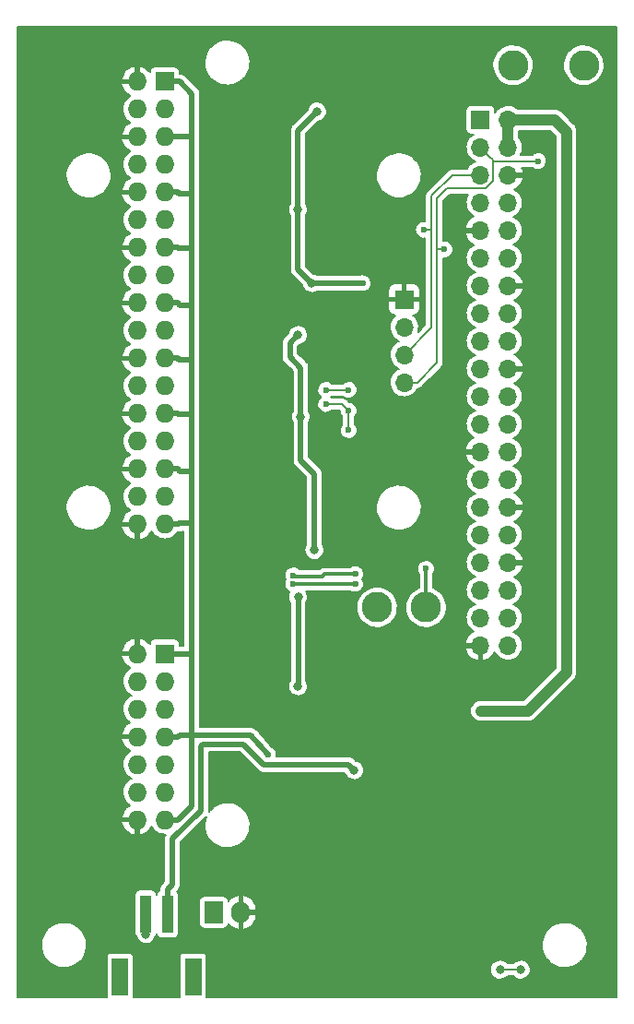
<source format=gbl>
G04 #@! TF.GenerationSoftware,KiCad,Pcbnew,(5.99.0-490-gc7ce93e10)*
G04 #@! TF.CreationDate,2019-12-10T11:33:49+01:00*
G04 #@! TF.ProjectId,LichtDom,4c696368-7444-46f6-9d2e-6b696361645f,0.1*
G04 #@! TF.SameCoordinates,Original*
G04 #@! TF.FileFunction,Copper,L2,Bot*
G04 #@! TF.FilePolarity,Positive*
%FSLAX46Y46*%
G04 Gerber Fmt 4.6, Leading zero omitted, Abs format (unit mm)*
G04 Created by KiCad (PCBNEW (5.99.0-490-gc7ce93e10)) date 2019-12-10 11:33:49*
%MOMM*%
%LPD*%
G04 APERTURE LIST*
%ADD10R,1.500000X3.400000*%
%ADD11R,1.000000X3.500000*%
%ADD12C,2.800000*%
%ADD13O,1.700000X1.700000*%
%ADD14R,1.700000X1.700000*%
%ADD15O,1.727200X1.727200*%
%ADD16R,1.727200X1.727200*%
%ADD17O,1.700000X2.000000*%
%ADD18R,1.700000X2.000000*%
%ADD19C,0.800000*%
%ADD20C,0.600000*%
%ADD21C,0.160000*%
%ADD22C,0.500000*%
%ADD23C,0.200000*%
%ADD24C,1.000000*%
%ADD25C,0.300000*%
G04 APERTURE END LIST*
D10*
X187900000Y-162650000D03*
X194600000Y-162650000D03*
D11*
X190250000Y-156900000D03*
X192250000Y-156900000D03*
D12*
X216000000Y-128750000D03*
X224000000Y-79000000D03*
X230500000Y-79000000D03*
X211500000Y-128750000D03*
D13*
X214000000Y-108120000D03*
X214000000Y-105580000D03*
X214000000Y-103040000D03*
D14*
X214000000Y-100500000D03*
D15*
X189460000Y-148240000D03*
X192000000Y-148240000D03*
X189460000Y-145700000D03*
X192000000Y-145700000D03*
X189460000Y-143160000D03*
X192000000Y-143160000D03*
X189460000Y-140620000D03*
X192000000Y-140620000D03*
X189460000Y-138080000D03*
X192000000Y-138080000D03*
X189460000Y-135540000D03*
X192000000Y-135540000D03*
X189460000Y-133000000D03*
D16*
X192000000Y-133000000D03*
D15*
X189460000Y-121140000D03*
X192000000Y-121140000D03*
X189460000Y-118600000D03*
X192000000Y-118600000D03*
X189460000Y-116060000D03*
X192000000Y-116060000D03*
X189460000Y-113520000D03*
X192000000Y-113520000D03*
X189460000Y-110980000D03*
X192000000Y-110980000D03*
X189460000Y-108440000D03*
X192000000Y-108440000D03*
X189460000Y-105900000D03*
X192000000Y-105900000D03*
X189460000Y-103360000D03*
X192000000Y-103360000D03*
X189460000Y-100820000D03*
X192000000Y-100820000D03*
X189460000Y-98280000D03*
X192000000Y-98280000D03*
X189460000Y-95740000D03*
X192000000Y-95740000D03*
X189460000Y-93200000D03*
X192000000Y-93200000D03*
X189460000Y-90660000D03*
X192000000Y-90660000D03*
X189460000Y-88120000D03*
X192000000Y-88120000D03*
X189460000Y-85580000D03*
X192000000Y-85580000D03*
X189460000Y-83040000D03*
X192000000Y-83040000D03*
X189460000Y-80500000D03*
D16*
X192000000Y-80500000D03*
D13*
X223540000Y-132260000D03*
X221000000Y-132260000D03*
X223540000Y-129720000D03*
X221000000Y-129720000D03*
X223540000Y-127180000D03*
X221000000Y-127180000D03*
X223540000Y-124640000D03*
X221000000Y-124640000D03*
X223540000Y-122100000D03*
X221000000Y-122100000D03*
X223540000Y-119560000D03*
X221000000Y-119560000D03*
X223540000Y-117020000D03*
X221000000Y-117020000D03*
X223540000Y-114480000D03*
X221000000Y-114480000D03*
X223540000Y-111940000D03*
X221000000Y-111940000D03*
X223540000Y-109400000D03*
X221000000Y-109400000D03*
X223540000Y-106860000D03*
X221000000Y-106860000D03*
X223540000Y-104320000D03*
X221000000Y-104320000D03*
X223540000Y-101780000D03*
X221000000Y-101780000D03*
X223540000Y-99240000D03*
X221000000Y-99240000D03*
X223540000Y-96700000D03*
X221000000Y-96700000D03*
X223540000Y-94160000D03*
X221000000Y-94160000D03*
X223540000Y-91620000D03*
X221000000Y-91620000D03*
X223540000Y-89080000D03*
X221000000Y-89080000D03*
X223540000Y-86540000D03*
X221000000Y-86540000D03*
X223540000Y-84000000D03*
D14*
X221000000Y-84000000D03*
D17*
X199000000Y-156750000D03*
D18*
X196500000Y-156750000D03*
D19*
X204250000Y-136000000D03*
X204500000Y-111250000D03*
X204250000Y-103750000D03*
X205500000Y-99000000D03*
X204250000Y-92250000D03*
X206000000Y-83250000D03*
X205750000Y-123500000D03*
X204262653Y-127800000D03*
D20*
X206800000Y-132400000D03*
X203400000Y-124600000D03*
X206900000Y-107500000D03*
X203100000Y-100200000D03*
X206900000Y-88400000D03*
X203400000Y-80800000D03*
X198100000Y-93500000D03*
X198100000Y-112600000D03*
X198200000Y-137500000D03*
X224500000Y-145250000D03*
X223000000Y-156250000D03*
X224000000Y-156250000D03*
X221500000Y-161000000D03*
X211250000Y-162000000D03*
X205500000Y-157500000D03*
X206500000Y-157500000D03*
X203500000Y-151750000D03*
X212000000Y-137750000D03*
X212000000Y-138750000D03*
X219750000Y-141250000D03*
X219500000Y-158600000D03*
X217900000Y-158600000D03*
X201490000Y-142300000D03*
D19*
X224700000Y-162000000D03*
X222800000Y-162000000D03*
D20*
X206800000Y-110100000D03*
X206800000Y-108800000D03*
X208900000Y-110700000D03*
X208900000Y-112500000D03*
X208900000Y-108800000D03*
X210200000Y-99000000D03*
X215800000Y-94100000D03*
X217700000Y-95900000D03*
X226300000Y-87800000D03*
X219500000Y-77700000D03*
X219500000Y-79700000D03*
X221050000Y-138250000D03*
X182400000Y-127600000D03*
X189900000Y-128400000D03*
X203800000Y-126600000D03*
X209500000Y-126600000D03*
X216000000Y-125200000D03*
X209500000Y-125700000D03*
X203800000Y-125800000D03*
D19*
X191250000Y-161750000D03*
X190250000Y-158750000D03*
X209400000Y-143700000D03*
D21*
X221849999Y-87389999D02*
X221000000Y-86540000D01*
X222130001Y-87670001D02*
X221849999Y-87389999D01*
X214000000Y-108120000D02*
X215202081Y-108120000D01*
X215202081Y-108120000D02*
X217000000Y-106322081D01*
X216500000Y-91000000D02*
X218420000Y-89080000D01*
X218420000Y-89080000D02*
X221000000Y-89080000D01*
X214000000Y-105580000D02*
X216500000Y-103080000D01*
D22*
X204500000Y-106750000D02*
X203500000Y-105750000D01*
X204500000Y-111250000D02*
X204500000Y-106750000D01*
X203500000Y-105750000D02*
X203500000Y-104500000D01*
X203500000Y-104500000D02*
X204250000Y-103750000D01*
X205500000Y-99000000D02*
X204250000Y-97750000D01*
X204250000Y-97750000D02*
X204250000Y-92250000D01*
X204250000Y-92250000D02*
X204250000Y-85000000D01*
X204250000Y-85000000D02*
X206000000Y-83250000D01*
X193221314Y-148240000D02*
X193231314Y-148250000D01*
X192000000Y-148240000D02*
X193221314Y-148240000D01*
X193231314Y-148250000D02*
X194500000Y-146981314D01*
X193363600Y-80500000D02*
X192000000Y-80500000D01*
X194500000Y-81636400D02*
X193363600Y-80500000D01*
X193301314Y-85500000D02*
X194500000Y-85500000D01*
X193221314Y-85580000D02*
X193301314Y-85500000D01*
X192000000Y-85580000D02*
X193221314Y-85580000D01*
X194500000Y-85500000D02*
X194500000Y-81636400D01*
X193311314Y-90750000D02*
X194500000Y-90750000D01*
X192000000Y-90660000D02*
X193221314Y-90660000D01*
X193221314Y-90660000D02*
X193311314Y-90750000D01*
X194500000Y-90750000D02*
X194500000Y-85500000D01*
X193231314Y-95750000D02*
X194500000Y-95750000D01*
X193221314Y-95740000D02*
X193231314Y-95750000D01*
X192000000Y-95740000D02*
X193221314Y-95740000D01*
X194500000Y-95750000D02*
X194500000Y-90750000D01*
X193401314Y-101000000D02*
X194500000Y-101000000D01*
X193221314Y-100820000D02*
X193401314Y-101000000D01*
X192000000Y-100820000D02*
X193221314Y-100820000D01*
X194500000Y-101000000D02*
X194500000Y-95750000D01*
X193321314Y-106000000D02*
X194500000Y-106000000D01*
X193221314Y-105900000D02*
X193321314Y-106000000D01*
X192000000Y-105900000D02*
X193221314Y-105900000D01*
X194500000Y-106000000D02*
X194500000Y-101000000D01*
X193241314Y-111000000D02*
X194500000Y-111000000D01*
X193221314Y-110980000D02*
X193241314Y-111000000D01*
X192000000Y-110980000D02*
X193221314Y-110980000D01*
X194500000Y-111000000D02*
X194500000Y-106000000D01*
X193411314Y-116250000D02*
X194500000Y-116250000D01*
X193221314Y-116060000D02*
X193411314Y-116250000D01*
X192000000Y-116060000D02*
X193221314Y-116060000D01*
X194500000Y-116250000D02*
X194500000Y-111000000D01*
X193361314Y-121000000D02*
X194500000Y-121000000D01*
X193221314Y-121140000D02*
X193361314Y-121000000D01*
X192000000Y-121140000D02*
X193221314Y-121140000D01*
X194500000Y-121000000D02*
X194500000Y-116250000D01*
X193363600Y-133000000D02*
X194500000Y-133000000D01*
X192000000Y-133000000D02*
X193363600Y-133000000D01*
X194500000Y-133000000D02*
X194500000Y-121000000D01*
X193221314Y-140620000D02*
X193341314Y-140500000D01*
X192000000Y-140620000D02*
X193221314Y-140620000D01*
X194500000Y-146981314D02*
X194500000Y-140500000D01*
X193341314Y-140500000D02*
X194500000Y-140500000D01*
X194500000Y-140500000D02*
X194500000Y-133000000D01*
X205750000Y-123500000D02*
X205750000Y-116500000D01*
X205750000Y-116500000D02*
X204500000Y-115250000D01*
X204500000Y-115250000D02*
X204500000Y-111250000D01*
X204262653Y-135987347D02*
X204250000Y-136000000D01*
X204262653Y-127800000D02*
X204262653Y-135987347D01*
X199900000Y-140500000D02*
X194500000Y-140500000D01*
X201490000Y-142300000D02*
X199900000Y-140500000D01*
D23*
X224700000Y-162000000D02*
X222800000Y-162000000D01*
X208900000Y-112500000D02*
X208900000Y-110700000D01*
X208300000Y-110100000D02*
X208900000Y-110700000D01*
X206800000Y-110100000D02*
X208300000Y-110100000D01*
X208900000Y-108800000D02*
X206800000Y-108800000D01*
D22*
X205500000Y-99000000D02*
X206065685Y-99000000D01*
X206065685Y-99000000D02*
X210200000Y-99000000D01*
D21*
X216500000Y-103080000D02*
X216500000Y-94100000D01*
D23*
X215800000Y-94100000D02*
X216500000Y-94100000D01*
D21*
X216500000Y-94100000D02*
X216500000Y-91000000D01*
D23*
X217700000Y-95900000D02*
X217000000Y-95900000D01*
D21*
X217000000Y-106322081D02*
X217000000Y-95900000D01*
D23*
X222130001Y-87670001D02*
X222260000Y-87800000D01*
X222260000Y-87800000D02*
X226300000Y-87800000D01*
D24*
X227800000Y-84000000D02*
X223540000Y-84000000D01*
X228900000Y-85100000D02*
X227800000Y-84000000D01*
X221050000Y-138250000D02*
X225350000Y-138250000D01*
X228900000Y-134700000D02*
X228900000Y-85100000D01*
X225350000Y-138250000D02*
X228900000Y-134700000D01*
X223540000Y-86540000D02*
X223540000Y-84000000D01*
D25*
X203800000Y-126600000D02*
X209500000Y-126600000D01*
X216000000Y-128750000D02*
X216000000Y-125200000D01*
X209500000Y-125700000D02*
X209075736Y-125700000D01*
X206700000Y-125700000D02*
X206500000Y-125900000D01*
X209075736Y-125700000D02*
X206700000Y-125700000D01*
X206500000Y-125900000D02*
X203900000Y-125900000D01*
X203900000Y-125900000D02*
X203800000Y-125800000D01*
D21*
X222130001Y-89622401D02*
X222130001Y-87670001D01*
X221452402Y-90300000D02*
X222130001Y-89622401D01*
X217900000Y-90300000D02*
X221452402Y-90300000D01*
X217000000Y-95900000D02*
X217000000Y-91200000D01*
X217000000Y-91200000D02*
X217900000Y-90300000D01*
D22*
X190250000Y-156900000D02*
X190250000Y-158750000D01*
X192250000Y-154650000D02*
X192700000Y-154200000D01*
X192250000Y-156900000D02*
X192250000Y-154650000D01*
X192700000Y-154200000D02*
X192700000Y-150000000D01*
X192700000Y-150000000D02*
X195300000Y-147400000D01*
X195300000Y-147400000D02*
X195300000Y-141500000D01*
X195300000Y-141500000D02*
X195500000Y-141300000D01*
X195500000Y-141300000D02*
X199200000Y-141300000D01*
X199200000Y-141300000D02*
X201100000Y-143200000D01*
X201100000Y-143200000D02*
X208900000Y-143200000D01*
X208900000Y-143200000D02*
X209400000Y-143700000D01*
G36*
X233501000Y-81968519D02*
G01*
X233501000Y-81968520D01*
X233501001Y-164501000D01*
X195828740Y-164501000D01*
X195856836Y-164359751D01*
X195856836Y-161990498D01*
X221892604Y-161990498D01*
X221923475Y-162234864D01*
X222018924Y-162461928D01*
X222171918Y-162654959D01*
X222371186Y-162799735D01*
X222602047Y-162885591D01*
X222847492Y-162906202D01*
X223089438Y-162860048D01*
X223310060Y-162750531D01*
X223478352Y-162599000D01*
X224027565Y-162599000D01*
X224071918Y-162654959D01*
X224271186Y-162799735D01*
X224502047Y-162885591D01*
X224747492Y-162906202D01*
X224989438Y-162860048D01*
X225210060Y-162750531D01*
X225393103Y-162585718D01*
X225525082Y-162377752D01*
X225596426Y-162141450D01*
X225599192Y-161877355D01*
X225532812Y-161639610D01*
X225405218Y-161428927D01*
X225225666Y-161260316D01*
X225007386Y-161146202D01*
X224766459Y-161094992D01*
X224520637Y-161110457D01*
X224288028Y-161191461D01*
X224085772Y-161332032D01*
X224028716Y-161401000D01*
X223475479Y-161401000D01*
X223325666Y-161260316D01*
X223107386Y-161146202D01*
X222866459Y-161094992D01*
X222620637Y-161110457D01*
X222388028Y-161191461D01*
X222185772Y-161332032D01*
X222028769Y-161521816D01*
X221928586Y-161746831D01*
X221892604Y-161990498D01*
X195856836Y-161990498D01*
X195856836Y-160940249D01*
X195820047Y-160755300D01*
X195709759Y-160590241D01*
X195544700Y-160479953D01*
X195359751Y-160443164D01*
X193840249Y-160443164D01*
X193655300Y-160479953D01*
X193490241Y-160590241D01*
X193379953Y-160755300D01*
X193343164Y-160940249D01*
X193343164Y-164359751D01*
X193371260Y-164501000D01*
X189128740Y-164501000D01*
X189156836Y-164359751D01*
X189156836Y-160940249D01*
X189120047Y-160755300D01*
X189009759Y-160590241D01*
X188844700Y-160479953D01*
X188659751Y-160443164D01*
X187140249Y-160443164D01*
X186955300Y-160479953D01*
X186790241Y-160590241D01*
X186679953Y-160755300D01*
X186643164Y-160940249D01*
X186643164Y-164359751D01*
X186671260Y-164501000D01*
X178499000Y-164501000D01*
X178499000Y-159830782D01*
X180647195Y-159830782D01*
X180679556Y-160126264D01*
X180753227Y-160414238D01*
X180866740Y-160688959D01*
X181017829Y-160944945D01*
X181203478Y-161177089D01*
X181419985Y-161380759D01*
X181663030Y-161551891D01*
X181927763Y-161687070D01*
X182208901Y-161783599D01*
X182500836Y-161839553D01*
X182797743Y-161853814D01*
X183093696Y-161826099D01*
X183382792Y-161756959D01*
X183659263Y-161647777D01*
X183917590Y-161500728D01*
X184152622Y-161318747D01*
X184359667Y-161105465D01*
X184534595Y-160865138D01*
X184673916Y-160602562D01*
X184774849Y-160322974D01*
X184835700Y-160030423D01*
X184842148Y-159830782D01*
X226647195Y-159830782D01*
X226679556Y-160126264D01*
X226753227Y-160414238D01*
X226866740Y-160688959D01*
X227017829Y-160944945D01*
X227203478Y-161177089D01*
X227419985Y-161380759D01*
X227663030Y-161551891D01*
X227927763Y-161687070D01*
X228208901Y-161783599D01*
X228500836Y-161839553D01*
X228797743Y-161853814D01*
X229093696Y-161826099D01*
X229382792Y-161756959D01*
X229659263Y-161647777D01*
X229917590Y-161500728D01*
X230152622Y-161318747D01*
X230359667Y-161105465D01*
X230534595Y-160865138D01*
X230673916Y-160602562D01*
X230774849Y-160322974D01*
X230835700Y-160030423D01*
X230849449Y-159604757D01*
X230807604Y-159308888D01*
X230724923Y-159023370D01*
X230602837Y-158752350D01*
X230443783Y-158501235D01*
X230250933Y-158275037D01*
X230028135Y-158078269D01*
X229779835Y-157914856D01*
X229510986Y-157788059D01*
X229226955Y-157700408D01*
X228933407Y-157653652D01*
X228636199Y-157648723D01*
X228341262Y-157685721D01*
X228054480Y-157763907D01*
X227781576Y-157881720D01*
X227527995Y-158036811D01*
X227298795Y-158226085D01*
X227098552Y-158445764D01*
X226931259Y-158691467D01*
X226800254Y-158958290D01*
X226708152Y-159240910D01*
X226656791Y-159533688D01*
X226647195Y-159830782D01*
X184842148Y-159830782D01*
X184849449Y-159604757D01*
X184807604Y-159308888D01*
X184724923Y-159023370D01*
X184602837Y-158752350D01*
X184443783Y-158501235D01*
X184250933Y-158275037D01*
X184028135Y-158078269D01*
X183779835Y-157914856D01*
X183510986Y-157788059D01*
X183226955Y-157700408D01*
X182933407Y-157653652D01*
X182636199Y-157648723D01*
X182341262Y-157685721D01*
X182054480Y-157763907D01*
X181781576Y-157881720D01*
X181527995Y-158036811D01*
X181298795Y-158226085D01*
X181098552Y-158445764D01*
X180931259Y-158691467D01*
X180800254Y-158958290D01*
X180708152Y-159240910D01*
X180656791Y-159533688D01*
X180647195Y-159830782D01*
X178499000Y-159830782D01*
X178499000Y-148391000D01*
X187990430Y-148391000D01*
X188070427Y-148713049D01*
X188169996Y-148940414D01*
X188306452Y-149147752D01*
X188475890Y-149329136D01*
X188673468Y-149479377D01*
X188893534Y-149594180D01*
X189129798Y-149670264D01*
X189309000Y-149695928D01*
X189309000Y-148391000D01*
X187990430Y-148391000D01*
X178499000Y-148391000D01*
X178499000Y-132849000D01*
X187985591Y-132849000D01*
X189309000Y-132849000D01*
X189309000Y-131544949D01*
X189159823Y-131563135D01*
X188922018Y-131634254D01*
X188699595Y-131744423D01*
X188498916Y-131890494D01*
X188325715Y-132068288D01*
X188184949Y-132272723D01*
X188080638Y-132497953D01*
X187985591Y-132849000D01*
X178499000Y-132849000D01*
X178499000Y-119680782D01*
X182897195Y-119680782D01*
X182929556Y-119976264D01*
X183003227Y-120264238D01*
X183116740Y-120538959D01*
X183267829Y-120794945D01*
X183453478Y-121027089D01*
X183669985Y-121230759D01*
X183913030Y-121401891D01*
X184177763Y-121537070D01*
X184458901Y-121633599D01*
X184750836Y-121689553D01*
X185047743Y-121703814D01*
X185343696Y-121676099D01*
X185632792Y-121606959D01*
X185909263Y-121497777D01*
X186167590Y-121350728D01*
X186244729Y-121291000D01*
X187990430Y-121291000D01*
X188070427Y-121613049D01*
X188169996Y-121840414D01*
X188306452Y-122047752D01*
X188475890Y-122229136D01*
X188673468Y-122379377D01*
X188893534Y-122494180D01*
X189129798Y-122570264D01*
X189309000Y-122595928D01*
X189309000Y-121291000D01*
X187990430Y-121291000D01*
X186244729Y-121291000D01*
X186402622Y-121168747D01*
X186609667Y-120955465D01*
X186784595Y-120715138D01*
X186923916Y-120452562D01*
X187024849Y-120172974D01*
X187085700Y-119880423D01*
X187099449Y-119454757D01*
X187057604Y-119158888D01*
X186974923Y-118873370D01*
X186852837Y-118602350D01*
X186693783Y-118351235D01*
X186500933Y-118125037D01*
X186278135Y-117928269D01*
X186029835Y-117764856D01*
X185760986Y-117638059D01*
X185476955Y-117550408D01*
X185183407Y-117503652D01*
X184886199Y-117498723D01*
X184591262Y-117535721D01*
X184304480Y-117613907D01*
X184031576Y-117731720D01*
X183777995Y-117886811D01*
X183548795Y-118076085D01*
X183348552Y-118295764D01*
X183181259Y-118541467D01*
X183050254Y-118808290D01*
X182958152Y-119090910D01*
X182906791Y-119383688D01*
X182897195Y-119680782D01*
X178499000Y-119680782D01*
X178499000Y-89180782D01*
X182897195Y-89180782D01*
X182929556Y-89476264D01*
X183003227Y-89764238D01*
X183116740Y-90038959D01*
X183267829Y-90294945D01*
X183453478Y-90527089D01*
X183669985Y-90730759D01*
X183913030Y-90901891D01*
X184177763Y-91037070D01*
X184458901Y-91133599D01*
X184750836Y-91189553D01*
X185047743Y-91203814D01*
X185343696Y-91176099D01*
X185632792Y-91106959D01*
X185909263Y-90997777D01*
X186167590Y-90850728D01*
X186402622Y-90668747D01*
X186609667Y-90455465D01*
X186784595Y-90215138D01*
X186923916Y-89952562D01*
X187024849Y-89672974D01*
X187085700Y-89380423D01*
X187099449Y-88954757D01*
X187057604Y-88658888D01*
X186974923Y-88373370D01*
X186852837Y-88102350D01*
X186693783Y-87851235D01*
X186500933Y-87625037D01*
X186278135Y-87428269D01*
X186029835Y-87264856D01*
X185760986Y-87138059D01*
X185476955Y-87050408D01*
X185183407Y-87003652D01*
X184886199Y-86998723D01*
X184591262Y-87035721D01*
X184304480Y-87113907D01*
X184031576Y-87231720D01*
X183777995Y-87386811D01*
X183548795Y-87576085D01*
X183348552Y-87795764D01*
X183181259Y-88041467D01*
X183050254Y-88308290D01*
X182958152Y-88590910D01*
X182906791Y-88883688D01*
X182897195Y-89180782D01*
X178499000Y-89180782D01*
X178499000Y-85429000D01*
X187985591Y-85429000D01*
X189611000Y-85429000D01*
X189611000Y-85731000D01*
X187990430Y-85731000D01*
X188070427Y-86053049D01*
X188169996Y-86280414D01*
X188306452Y-86487752D01*
X188475890Y-86669136D01*
X188673468Y-86819377D01*
X188834598Y-86903434D01*
X188832521Y-86904282D01*
X188627153Y-87034613D01*
X188448111Y-87199251D01*
X188301052Y-87392994D01*
X188190627Y-87609715D01*
X188120325Y-87842566D01*
X188092369Y-88084187D01*
X188107641Y-88326940D01*
X188165660Y-88563151D01*
X188264592Y-88785356D01*
X188401309Y-88986529D01*
X188571490Y-89160311D01*
X188769755Y-89301212D01*
X188840634Y-89334565D01*
X188699595Y-89404423D01*
X188498916Y-89550494D01*
X188325715Y-89728288D01*
X188184949Y-89932723D01*
X188080638Y-90157953D01*
X187985591Y-90509000D01*
X189611000Y-90509000D01*
X189611000Y-90811000D01*
X187990430Y-90811000D01*
X188070427Y-91133049D01*
X188169996Y-91360414D01*
X188306452Y-91567752D01*
X188475890Y-91749136D01*
X188673468Y-91899377D01*
X188834598Y-91983434D01*
X188832521Y-91984282D01*
X188627153Y-92114613D01*
X188448111Y-92279251D01*
X188301052Y-92472994D01*
X188190627Y-92689715D01*
X188120325Y-92922566D01*
X188092369Y-93164187D01*
X188107641Y-93406940D01*
X188165660Y-93643151D01*
X188264592Y-93865356D01*
X188401309Y-94066529D01*
X188571490Y-94240311D01*
X188769755Y-94381212D01*
X188840634Y-94414565D01*
X188699595Y-94484423D01*
X188498916Y-94630494D01*
X188325715Y-94808288D01*
X188184949Y-95012723D01*
X188080638Y-95237953D01*
X187985591Y-95589000D01*
X189611000Y-95589000D01*
X189611000Y-95891000D01*
X187990430Y-95891000D01*
X188070427Y-96213049D01*
X188169996Y-96440414D01*
X188306452Y-96647752D01*
X188475890Y-96829136D01*
X188673468Y-96979377D01*
X188834598Y-97063434D01*
X188832521Y-97064282D01*
X188627153Y-97194613D01*
X188448111Y-97359251D01*
X188301052Y-97552994D01*
X188190627Y-97769715D01*
X188120325Y-98002566D01*
X188092369Y-98244187D01*
X188107641Y-98486940D01*
X188165660Y-98723151D01*
X188264592Y-98945356D01*
X188401309Y-99146529D01*
X188571490Y-99320311D01*
X188769755Y-99461212D01*
X188840634Y-99494565D01*
X188699595Y-99564423D01*
X188498916Y-99710494D01*
X188325715Y-99888288D01*
X188184949Y-100092723D01*
X188080638Y-100317953D01*
X187985591Y-100669000D01*
X189611000Y-100669000D01*
X189611000Y-100971000D01*
X187990430Y-100971000D01*
X188070427Y-101293049D01*
X188169996Y-101520414D01*
X188306452Y-101727752D01*
X188475890Y-101909136D01*
X188673468Y-102059377D01*
X188834598Y-102143434D01*
X188832521Y-102144282D01*
X188627153Y-102274613D01*
X188448111Y-102439251D01*
X188301052Y-102632994D01*
X188190627Y-102849715D01*
X188120325Y-103082566D01*
X188092369Y-103324187D01*
X188107641Y-103566940D01*
X188165660Y-103803151D01*
X188264592Y-104025356D01*
X188401309Y-104226529D01*
X188571490Y-104400311D01*
X188769755Y-104541212D01*
X188840634Y-104574565D01*
X188699595Y-104644423D01*
X188498916Y-104790494D01*
X188325715Y-104968288D01*
X188184949Y-105172723D01*
X188080638Y-105397953D01*
X187985591Y-105749000D01*
X189611000Y-105749000D01*
X189611000Y-106051000D01*
X187990430Y-106051000D01*
X188070427Y-106373049D01*
X188169996Y-106600414D01*
X188306452Y-106807752D01*
X188475890Y-106989136D01*
X188673468Y-107139377D01*
X188834598Y-107223434D01*
X188832521Y-107224282D01*
X188627153Y-107354613D01*
X188448111Y-107519251D01*
X188301052Y-107712994D01*
X188190627Y-107929715D01*
X188120325Y-108162566D01*
X188092369Y-108404187D01*
X188107641Y-108646940D01*
X188165660Y-108883151D01*
X188264592Y-109105356D01*
X188401309Y-109306529D01*
X188571490Y-109480311D01*
X188769755Y-109621212D01*
X188840634Y-109654565D01*
X188699595Y-109724423D01*
X188498916Y-109870494D01*
X188325715Y-110048288D01*
X188184949Y-110252723D01*
X188080638Y-110477953D01*
X187985591Y-110829000D01*
X189611000Y-110829000D01*
X189611000Y-111131000D01*
X187990430Y-111131000D01*
X188070427Y-111453049D01*
X188169996Y-111680414D01*
X188306452Y-111887752D01*
X188475890Y-112069136D01*
X188673468Y-112219377D01*
X188834598Y-112303434D01*
X188832521Y-112304282D01*
X188627153Y-112434613D01*
X188448111Y-112599251D01*
X188301052Y-112792994D01*
X188190627Y-113009715D01*
X188120325Y-113242566D01*
X188092369Y-113484187D01*
X188107641Y-113726940D01*
X188165660Y-113963151D01*
X188264592Y-114185356D01*
X188401309Y-114386529D01*
X188571490Y-114560311D01*
X188769755Y-114701212D01*
X188840634Y-114734565D01*
X188699595Y-114804423D01*
X188498916Y-114950494D01*
X188325715Y-115128288D01*
X188184949Y-115332723D01*
X188080638Y-115557953D01*
X187985591Y-115909000D01*
X189611000Y-115909000D01*
X189611000Y-116211000D01*
X187990430Y-116211000D01*
X188070427Y-116533049D01*
X188169996Y-116760414D01*
X188306452Y-116967752D01*
X188475890Y-117149136D01*
X188673468Y-117299377D01*
X188834598Y-117383434D01*
X188832521Y-117384282D01*
X188627153Y-117514613D01*
X188448111Y-117679251D01*
X188301052Y-117872994D01*
X188190627Y-118089715D01*
X188120325Y-118322566D01*
X188092369Y-118564187D01*
X188107641Y-118806940D01*
X188165660Y-119043151D01*
X188264592Y-119265356D01*
X188401309Y-119466529D01*
X188571490Y-119640311D01*
X188769755Y-119781212D01*
X188840634Y-119814565D01*
X188699595Y-119884423D01*
X188498916Y-120030494D01*
X188325715Y-120208288D01*
X188184949Y-120412723D01*
X188080638Y-120637953D01*
X187985591Y-120989000D01*
X189611000Y-120989000D01*
X189611000Y-122601249D01*
X189867066Y-122550314D01*
X190098870Y-122461565D01*
X190312405Y-122335029D01*
X190501569Y-122174322D01*
X190660950Y-121984042D01*
X190785992Y-121769628D01*
X190787223Y-121766344D01*
X190804592Y-121805356D01*
X190941309Y-122006529D01*
X191111490Y-122180311D01*
X191309755Y-122321212D01*
X191529840Y-122424775D01*
X191764783Y-122487728D01*
X192007164Y-122508082D01*
X192249316Y-122485191D01*
X192483589Y-122419781D01*
X192702576Y-122313919D01*
X192899356Y-122170950D01*
X193067708Y-121995395D01*
X193138395Y-121889000D01*
X193176844Y-121889000D01*
X193245106Y-121897079D01*
X193344279Y-121878967D01*
X193444034Y-121863969D01*
X193454861Y-121858771D01*
X193470603Y-121855895D01*
X193503249Y-121835535D01*
X193647065Y-121766475D01*
X193665970Y-121749000D01*
X193751001Y-121749000D01*
X193751000Y-132251000D01*
X193370436Y-132251000D01*
X193370436Y-132126649D01*
X193333647Y-131941700D01*
X193223359Y-131776641D01*
X193058300Y-131666353D01*
X192873351Y-131629564D01*
X191126649Y-131629564D01*
X190941700Y-131666353D01*
X190776641Y-131776641D01*
X190666353Y-131941700D01*
X190630546Y-132121714D01*
X190523002Y-131987717D01*
X190337246Y-131823085D01*
X190126407Y-131692104D01*
X189896512Y-131598520D01*
X189611000Y-131535485D01*
X189611000Y-133151000D01*
X187990430Y-133151000D01*
X188070427Y-133473049D01*
X188169996Y-133700414D01*
X188306452Y-133907752D01*
X188475890Y-134089136D01*
X188673468Y-134239377D01*
X188834598Y-134323434D01*
X188832521Y-134324282D01*
X188627153Y-134454613D01*
X188448111Y-134619251D01*
X188301052Y-134812994D01*
X188190627Y-135029715D01*
X188120325Y-135262566D01*
X188092369Y-135504187D01*
X188107641Y-135746940D01*
X188165660Y-135983151D01*
X188264592Y-136205356D01*
X188401309Y-136406529D01*
X188571490Y-136580311D01*
X188769755Y-136721212D01*
X188961736Y-136811550D01*
X188832521Y-136864282D01*
X188627153Y-136994613D01*
X188448111Y-137159251D01*
X188301052Y-137352994D01*
X188190627Y-137569715D01*
X188120325Y-137802566D01*
X188092369Y-138044187D01*
X188107641Y-138286940D01*
X188165660Y-138523151D01*
X188264592Y-138745356D01*
X188401309Y-138946529D01*
X188571490Y-139120311D01*
X188769755Y-139261212D01*
X188840634Y-139294565D01*
X188699595Y-139364423D01*
X188498916Y-139510494D01*
X188325715Y-139688288D01*
X188184949Y-139892723D01*
X188080638Y-140117953D01*
X187985591Y-140469000D01*
X189611000Y-140469000D01*
X189611000Y-140771000D01*
X187990430Y-140771000D01*
X188070427Y-141093049D01*
X188169996Y-141320414D01*
X188306452Y-141527752D01*
X188475890Y-141709136D01*
X188673468Y-141859377D01*
X188834598Y-141943434D01*
X188832521Y-141944282D01*
X188627153Y-142074613D01*
X188448111Y-142239251D01*
X188301052Y-142432994D01*
X188190627Y-142649715D01*
X188120325Y-142882566D01*
X188092369Y-143124187D01*
X188107641Y-143366940D01*
X188165660Y-143603151D01*
X188264592Y-143825356D01*
X188401309Y-144026529D01*
X188571490Y-144200311D01*
X188769755Y-144341212D01*
X188961736Y-144431550D01*
X188832521Y-144484282D01*
X188627153Y-144614613D01*
X188448111Y-144779251D01*
X188301052Y-144972994D01*
X188190627Y-145189715D01*
X188120325Y-145422566D01*
X188092369Y-145664187D01*
X188107641Y-145906940D01*
X188165660Y-146143151D01*
X188264592Y-146365356D01*
X188401309Y-146566529D01*
X188571490Y-146740311D01*
X188769755Y-146881212D01*
X188840634Y-146914565D01*
X188699595Y-146984423D01*
X188498916Y-147130494D01*
X188325715Y-147308288D01*
X188184949Y-147512723D01*
X188080638Y-147737953D01*
X187985591Y-148089000D01*
X189611000Y-148089000D01*
X189611000Y-149701249D01*
X189867066Y-149650314D01*
X190098870Y-149561565D01*
X190312405Y-149435029D01*
X190501569Y-149274322D01*
X190660950Y-149084042D01*
X190785992Y-148869628D01*
X190787223Y-148866344D01*
X190804592Y-148905356D01*
X190941309Y-149106529D01*
X191111490Y-149280311D01*
X191309755Y-149421212D01*
X191529840Y-149524775D01*
X191764783Y-149587728D01*
X192007164Y-149608082D01*
X192062111Y-149602888D01*
X192030588Y-149645567D01*
X192026611Y-149656894D01*
X192017512Y-149670057D01*
X192008824Y-149707544D01*
X191955964Y-149858068D01*
X191952296Y-149951419D01*
X191951001Y-149957004D01*
X191951001Y-149984361D01*
X191947121Y-150083118D01*
X191951001Y-150097751D01*
X191951000Y-153889754D01*
X191751827Y-154088928D01*
X191697841Y-154131487D01*
X191640506Y-154214445D01*
X191580588Y-154295567D01*
X191576611Y-154306894D01*
X191567512Y-154320057D01*
X191558824Y-154357544D01*
X191505964Y-154508068D01*
X191502296Y-154601419D01*
X191501001Y-154607004D01*
X191501001Y-154634361D01*
X191497698Y-154718441D01*
X191390241Y-154790241D01*
X191279953Y-154955300D01*
X191250000Y-155105882D01*
X191220047Y-154955300D01*
X191109759Y-154790241D01*
X190944700Y-154679953D01*
X190759751Y-154643164D01*
X189740249Y-154643164D01*
X189555300Y-154679953D01*
X189390241Y-154790241D01*
X189279953Y-154955300D01*
X189243164Y-155140249D01*
X189243164Y-158659751D01*
X189279953Y-158844700D01*
X189373445Y-158984622D01*
X189373475Y-158984863D01*
X189468924Y-159211928D01*
X189621918Y-159404959D01*
X189821186Y-159549735D01*
X190052047Y-159635591D01*
X190297492Y-159656202D01*
X190539438Y-159610048D01*
X190760060Y-159500531D01*
X190943103Y-159335718D01*
X191075082Y-159127751D01*
X191111486Y-159007175D01*
X191220047Y-158844700D01*
X191250000Y-158694118D01*
X191279953Y-158844700D01*
X191390241Y-159009759D01*
X191555300Y-159120047D01*
X191740249Y-159156836D01*
X192759751Y-159156836D01*
X192944700Y-159120047D01*
X193109759Y-159009759D01*
X193220047Y-158844700D01*
X193256836Y-158659751D01*
X193256836Y-155740249D01*
X195143164Y-155740249D01*
X195143164Y-157759751D01*
X195179953Y-157944700D01*
X195290241Y-158109759D01*
X195455300Y-158220047D01*
X195640249Y-158256836D01*
X197359751Y-158256836D01*
X197544700Y-158220047D01*
X197709759Y-158109759D01*
X197820047Y-157944700D01*
X197851586Y-157786146D01*
X197885763Y-157834956D01*
X198065045Y-158014238D01*
X198272734Y-158159664D01*
X198502521Y-158266815D01*
X198849000Y-158359653D01*
X198849000Y-156901000D01*
X199151000Y-156901000D01*
X199151000Y-158359654D01*
X199497480Y-158266815D01*
X199727267Y-158159664D01*
X199934956Y-158014238D01*
X200114238Y-157834956D01*
X200259664Y-157627266D01*
X200366815Y-157397479D01*
X200432436Y-157152576D01*
X200454447Y-156901000D01*
X199151000Y-156901000D01*
X198849000Y-156901000D01*
X198849000Y-156599000D01*
X199151000Y-156599000D01*
X200454447Y-156599000D01*
X200432436Y-156347423D01*
X200366815Y-156102520D01*
X200259664Y-155872733D01*
X200114238Y-155665044D01*
X199934955Y-155485762D01*
X199727266Y-155340336D01*
X199497479Y-155233185D01*
X199151000Y-155140347D01*
X199151000Y-156599000D01*
X198849000Y-156599000D01*
X198849000Y-155140346D01*
X198502520Y-155233185D01*
X198272733Y-155340336D01*
X198065044Y-155485762D01*
X197885762Y-155665045D01*
X197851586Y-155713854D01*
X197820047Y-155555300D01*
X197709759Y-155390241D01*
X197544700Y-155279953D01*
X197359751Y-155243164D01*
X195640249Y-155243164D01*
X195455300Y-155279953D01*
X195290241Y-155390241D01*
X195179953Y-155555300D01*
X195143164Y-155740249D01*
X193256836Y-155740249D01*
X193256836Y-155140249D01*
X193220047Y-154955300D01*
X193133490Y-154825756D01*
X193198174Y-154761072D01*
X193252160Y-154718513D01*
X193309503Y-154635544D01*
X193369411Y-154554436D01*
X193373389Y-154543109D01*
X193382490Y-154529941D01*
X193391179Y-154492448D01*
X193444036Y-154341934D01*
X193447705Y-154248582D01*
X193449000Y-154242994D01*
X193449000Y-154215614D01*
X193452879Y-154116883D01*
X193449000Y-154102252D01*
X193449000Y-150310246D01*
X195798174Y-147961072D01*
X195799753Y-147959827D01*
X195708152Y-148240910D01*
X195656791Y-148533688D01*
X195647195Y-148830782D01*
X195679556Y-149126264D01*
X195753227Y-149414238D01*
X195866740Y-149688959D01*
X196017829Y-149944945D01*
X196203478Y-150177089D01*
X196419985Y-150380759D01*
X196663030Y-150551891D01*
X196927763Y-150687070D01*
X197208901Y-150783599D01*
X197500836Y-150839553D01*
X197797743Y-150853814D01*
X198093696Y-150826099D01*
X198382792Y-150756959D01*
X198659263Y-150647777D01*
X198917590Y-150500728D01*
X199152622Y-150318747D01*
X199359667Y-150105465D01*
X199534595Y-149865138D01*
X199673916Y-149602562D01*
X199774849Y-149322974D01*
X199835700Y-149030423D01*
X199849449Y-148604757D01*
X199807604Y-148308888D01*
X199724923Y-148023370D01*
X199602837Y-147752350D01*
X199443783Y-147501235D01*
X199250933Y-147275037D01*
X199028135Y-147078269D01*
X198779835Y-146914856D01*
X198510986Y-146788059D01*
X198226955Y-146700408D01*
X197933407Y-146653652D01*
X197636199Y-146648723D01*
X197341262Y-146685721D01*
X197054480Y-146763907D01*
X196781576Y-146881720D01*
X196527995Y-147036811D01*
X196298795Y-147226085D01*
X196098552Y-147445764D01*
X196044708Y-147524845D01*
X196047705Y-147448582D01*
X196049000Y-147442994D01*
X196049000Y-147415614D01*
X196052879Y-147316883D01*
X196049000Y-147302252D01*
X196049000Y-142049000D01*
X198889754Y-142049000D01*
X200538931Y-143698178D01*
X200581487Y-143752160D01*
X200664451Y-143809499D01*
X200745564Y-143869411D01*
X200756891Y-143873389D01*
X200770059Y-143882490D01*
X200807552Y-143891179D01*
X200958066Y-143944036D01*
X201051418Y-143947705D01*
X201057006Y-143949000D01*
X201084386Y-143949000D01*
X201183117Y-143952879D01*
X201197748Y-143949000D01*
X208529417Y-143949000D01*
X208618924Y-144161928D01*
X208771918Y-144354959D01*
X208971186Y-144499735D01*
X209202047Y-144585591D01*
X209447492Y-144606202D01*
X209689438Y-144560048D01*
X209910060Y-144450531D01*
X210093103Y-144285718D01*
X210225082Y-144077752D01*
X210296426Y-143841450D01*
X210299192Y-143577355D01*
X210232812Y-143339610D01*
X210105218Y-143128927D01*
X209925666Y-142960316D01*
X209707386Y-142846202D01*
X209577932Y-142818685D01*
X209461071Y-142701824D01*
X209418512Y-142647840D01*
X209335540Y-142590495D01*
X209254433Y-142530588D01*
X209243109Y-142526611D01*
X209229943Y-142517511D01*
X209192448Y-142508821D01*
X209041932Y-142455964D01*
X208948582Y-142452295D01*
X208942994Y-142451000D01*
X208915614Y-142451000D01*
X208816883Y-142447121D01*
X208802252Y-142451000D01*
X202281189Y-142451000D01*
X202287060Y-142432983D01*
X202289260Y-142180948D01*
X202218698Y-141950867D01*
X202083824Y-141752035D01*
X201896449Y-141601650D01*
X201859556Y-141587006D01*
X200475668Y-140020341D01*
X200418513Y-139947840D01*
X200354631Y-139903689D01*
X200295145Y-139853783D01*
X200262440Y-139839972D01*
X200229942Y-139817511D01*
X200184086Y-139806882D01*
X200087663Y-139766163D01*
X199863591Y-139743422D01*
X199825685Y-139751000D01*
X195249000Y-139751000D01*
X195249000Y-133085828D01*
X195255119Y-133059429D01*
X195249000Y-132973007D01*
X195249000Y-125792948D01*
X202992012Y-125792948D01*
X203025658Y-126030842D01*
X203105645Y-126201209D01*
X203029805Y-126355680D01*
X202992012Y-126592948D01*
X203025658Y-126830842D01*
X203127766Y-127048325D01*
X203289309Y-127226170D01*
X203482925Y-127340901D01*
X203391239Y-127546831D01*
X203355257Y-127790498D01*
X203386128Y-128034864D01*
X203481577Y-128261927D01*
X203513653Y-128302398D01*
X203513654Y-135479647D01*
X203478769Y-135521816D01*
X203378586Y-135746831D01*
X203342604Y-135990498D01*
X203373475Y-136234864D01*
X203468924Y-136461928D01*
X203621918Y-136654959D01*
X203821186Y-136799735D01*
X204052047Y-136885591D01*
X204297492Y-136906202D01*
X204539438Y-136860048D01*
X204760060Y-136750531D01*
X204943103Y-136585718D01*
X205075082Y-136377752D01*
X205146426Y-136141450D01*
X205149192Y-135877355D01*
X205082812Y-135639610D01*
X205011653Y-135522112D01*
X205011653Y-132411000D01*
X219555274Y-132411000D01*
X219595028Y-132636461D01*
X219681745Y-132874713D01*
X219808515Y-133094287D01*
X219971489Y-133288511D01*
X220165713Y-133451485D01*
X220385287Y-133578255D01*
X220623539Y-133664972D01*
X220849000Y-133704726D01*
X220849000Y-132411000D01*
X219555274Y-132411000D01*
X205011653Y-132411000D01*
X205011653Y-128839705D01*
X209597794Y-128839705D01*
X209631948Y-129119884D01*
X209707138Y-129391937D01*
X209821716Y-129649888D01*
X209973162Y-129888069D01*
X210158151Y-130101250D01*
X210372617Y-130284745D01*
X210611850Y-130434525D01*
X210870595Y-130547299D01*
X211143166Y-130620590D01*
X211423576Y-130652786D01*
X211705665Y-130643181D01*
X211983236Y-130591988D01*
X212250192Y-130500327D01*
X212500666Y-130370217D01*
X212729158Y-130204512D01*
X212930647Y-130006854D01*
X213100708Y-129781586D01*
X213235604Y-129533655D01*
X213332371Y-129268509D01*
X213389145Y-128990694D01*
X213393231Y-128839705D01*
X214097794Y-128839705D01*
X214131948Y-129119884D01*
X214207138Y-129391937D01*
X214321716Y-129649888D01*
X214473162Y-129888069D01*
X214658151Y-130101250D01*
X214872617Y-130284745D01*
X215111850Y-130434525D01*
X215370595Y-130547299D01*
X215643166Y-130620590D01*
X215923576Y-130652786D01*
X216205665Y-130643181D01*
X216483236Y-130591988D01*
X216750192Y-130500327D01*
X217000666Y-130370217D01*
X217229158Y-130204512D01*
X217430647Y-130006854D01*
X217600708Y-129781586D01*
X217735604Y-129533655D01*
X217832371Y-129268509D01*
X217889145Y-128990694D01*
X217899398Y-128611822D01*
X217857730Y-128331342D01*
X217775443Y-128061351D01*
X217654153Y-127806488D01*
X217496523Y-127572353D01*
X217306017Y-127364088D01*
X217086821Y-127186269D01*
X216843749Y-127042803D01*
X216649000Y-126963922D01*
X216649000Y-125666174D01*
X216722493Y-125561797D01*
X216797060Y-125332983D01*
X216799260Y-125080948D01*
X216728698Y-124850867D01*
X216593824Y-124652035D01*
X216406450Y-124501650D01*
X216183139Y-124413010D01*
X215943636Y-124393949D01*
X215709116Y-124446157D01*
X215500315Y-124565013D01*
X215335692Y-124740012D01*
X215229805Y-124955680D01*
X215192012Y-125192948D01*
X215225658Y-125430842D01*
X215327766Y-125648325D01*
X215351001Y-125673904D01*
X215351000Y-126965187D01*
X215204247Y-127019910D01*
X214957265Y-127156533D01*
X214733189Y-127328162D01*
X214536942Y-127531026D01*
X214372837Y-127760670D01*
X214244478Y-128012046D01*
X214154684Y-128279635D01*
X214105429Y-128557557D01*
X214097794Y-128839705D01*
X213393231Y-128839705D01*
X213399398Y-128611822D01*
X213357730Y-128331342D01*
X213275443Y-128061351D01*
X213154153Y-127806488D01*
X212996523Y-127572353D01*
X212806017Y-127364088D01*
X212586821Y-127186269D01*
X212343749Y-127042803D01*
X212082141Y-126936841D01*
X211807745Y-126870711D01*
X211526588Y-126845866D01*
X211244848Y-126862851D01*
X210968712Y-126921294D01*
X210704247Y-127019910D01*
X210457265Y-127156533D01*
X210233189Y-127328162D01*
X210036942Y-127531026D01*
X209872837Y-127760670D01*
X209744478Y-128012046D01*
X209654684Y-128279635D01*
X209605429Y-128557557D01*
X209597794Y-128839705D01*
X205011653Y-128839705D01*
X205011653Y-128297639D01*
X205087735Y-128177752D01*
X205159079Y-127941450D01*
X205161845Y-127677355D01*
X205095465Y-127439610D01*
X204980028Y-127249000D01*
X209027836Y-127249000D01*
X209196004Y-127348652D01*
X209429576Y-127404944D01*
X209669375Y-127390067D01*
X209894200Y-127305338D01*
X210084171Y-127158246D01*
X210222493Y-126961797D01*
X210297060Y-126732983D01*
X210299260Y-126480948D01*
X210228698Y-126250867D01*
X210160331Y-126150081D01*
X210222493Y-126061797D01*
X210297060Y-125832983D01*
X210299260Y-125580948D01*
X210228698Y-125350867D01*
X210093824Y-125152035D01*
X209906450Y-125001650D01*
X209683139Y-124913010D01*
X209443636Y-124893949D01*
X209209116Y-124946157D01*
X209024932Y-125051000D01*
X206769251Y-125051000D01*
X206730994Y-125042763D01*
X206661404Y-125051000D01*
X206646126Y-125051000D01*
X206608524Y-125057259D01*
X206512034Y-125068680D01*
X206501116Y-125075136D01*
X206486873Y-125077507D01*
X206296727Y-125180105D01*
X206231395Y-125250781D01*
X206231176Y-125251000D01*
X204392534Y-125251000D01*
X204206450Y-125101650D01*
X203983139Y-125013010D01*
X203743636Y-124993949D01*
X203509116Y-125046157D01*
X203300315Y-125165013D01*
X203135692Y-125340012D01*
X203029805Y-125555680D01*
X202992012Y-125792948D01*
X195249000Y-125792948D01*
X195249000Y-121085828D01*
X195255119Y-121059429D01*
X195249000Y-120973007D01*
X195249000Y-116335828D01*
X195255119Y-116309429D01*
X195249000Y-116223007D01*
X195249000Y-111085828D01*
X195255119Y-111059429D01*
X195249000Y-110973007D01*
X195249000Y-106085828D01*
X195255119Y-106059429D01*
X195249000Y-105973007D01*
X195249000Y-105773792D01*
X202742921Y-105773792D01*
X202761034Y-105872970D01*
X202776031Y-105972721D01*
X202781229Y-105983547D01*
X202784104Y-105999287D01*
X202804466Y-106031938D01*
X202873525Y-106175750D01*
X202936940Y-106244354D01*
X202939975Y-106249220D01*
X202959341Y-106268587D01*
X203026408Y-106341140D01*
X203039497Y-106348743D01*
X203751001Y-107060248D01*
X203751000Y-110744944D01*
X203728769Y-110771817D01*
X203628586Y-110996831D01*
X203592604Y-111240498D01*
X203623475Y-111484864D01*
X203718924Y-111711928D01*
X203751001Y-111752399D01*
X203751000Y-115205530D01*
X203742921Y-115273792D01*
X203761034Y-115372970D01*
X203776031Y-115472721D01*
X203781229Y-115483547D01*
X203784104Y-115499287D01*
X203804466Y-115531938D01*
X203873525Y-115675750D01*
X203936940Y-115744354D01*
X203939975Y-115749220D01*
X203959341Y-115768587D01*
X204026408Y-115841140D01*
X204039497Y-115848743D01*
X205001001Y-116810248D01*
X205001000Y-122994944D01*
X204978769Y-123021817D01*
X204878586Y-123246831D01*
X204842604Y-123490498D01*
X204873475Y-123734864D01*
X204968924Y-123961928D01*
X205121918Y-124154959D01*
X205321186Y-124299735D01*
X205552047Y-124385591D01*
X205797492Y-124406202D01*
X206039438Y-124360048D01*
X206260060Y-124250531D01*
X206443103Y-124085718D01*
X206575082Y-123877752D01*
X206646426Y-123641450D01*
X206649192Y-123377355D01*
X206582812Y-123139610D01*
X206499000Y-123001220D01*
X206499000Y-119680782D01*
X211397195Y-119680782D01*
X211429556Y-119976264D01*
X211503227Y-120264238D01*
X211616740Y-120538959D01*
X211767829Y-120794945D01*
X211953478Y-121027089D01*
X212169985Y-121230759D01*
X212413030Y-121401891D01*
X212677763Y-121537070D01*
X212958901Y-121633599D01*
X213250836Y-121689553D01*
X213547743Y-121703814D01*
X213843696Y-121676099D01*
X214132792Y-121606959D01*
X214409263Y-121497777D01*
X214667590Y-121350728D01*
X214902622Y-121168747D01*
X215109667Y-120955465D01*
X215284595Y-120715138D01*
X215423916Y-120452562D01*
X215524849Y-120172974D01*
X215585700Y-119880423D01*
X215599449Y-119454757D01*
X215557604Y-119158888D01*
X215474923Y-118873370D01*
X215352837Y-118602350D01*
X215193783Y-118351235D01*
X215000933Y-118125037D01*
X214778135Y-117928269D01*
X214529835Y-117764856D01*
X214260986Y-117638059D01*
X213976955Y-117550408D01*
X213683407Y-117503652D01*
X213386199Y-117498723D01*
X213091262Y-117535721D01*
X212804480Y-117613907D01*
X212531576Y-117731720D01*
X212277995Y-117886811D01*
X212048795Y-118076085D01*
X211848552Y-118295764D01*
X211681259Y-118541467D01*
X211550254Y-118808290D01*
X211458152Y-119090910D01*
X211406791Y-119383688D01*
X211397195Y-119680782D01*
X206499000Y-119680782D01*
X206499000Y-116544469D01*
X206507079Y-116476207D01*
X206488966Y-116377029D01*
X206473969Y-116277278D01*
X206468771Y-116266452D01*
X206465896Y-116250712D01*
X206445534Y-116218061D01*
X206376475Y-116074249D01*
X206313058Y-116005644D01*
X206310022Y-116000776D01*
X206290652Y-115981405D01*
X206223593Y-115908860D01*
X206210505Y-115901258D01*
X205249000Y-114939754D01*
X205249000Y-111747639D01*
X205325082Y-111627752D01*
X205396426Y-111391450D01*
X205399192Y-111127355D01*
X205332812Y-110889610D01*
X205249000Y-110751220D01*
X205249000Y-108792948D01*
X205992012Y-108792948D01*
X206025658Y-109030842D01*
X206127766Y-109248325D01*
X206289309Y-109426170D01*
X206328135Y-109449177D01*
X206300315Y-109465013D01*
X206135692Y-109640012D01*
X206029805Y-109855680D01*
X205992012Y-110092948D01*
X206025658Y-110330842D01*
X206127766Y-110548325D01*
X206289309Y-110726170D01*
X206496004Y-110848652D01*
X206729576Y-110904944D01*
X206969375Y-110890067D01*
X207194200Y-110805338D01*
X207331536Y-110699000D01*
X208051887Y-110699000D01*
X208099619Y-110746733D01*
X208125658Y-110930842D01*
X208227766Y-111148325D01*
X208301001Y-111228950D01*
X208301000Y-111970587D01*
X208235692Y-112040012D01*
X208129805Y-112255680D01*
X208092012Y-112492948D01*
X208125658Y-112730842D01*
X208227766Y-112948325D01*
X208389309Y-113126170D01*
X208596004Y-113248652D01*
X208829576Y-113304944D01*
X209069375Y-113290067D01*
X209294200Y-113205338D01*
X209484171Y-113058246D01*
X209622493Y-112861797D01*
X209697060Y-112632983D01*
X209699260Y-112380948D01*
X209628698Y-112150867D01*
X209499000Y-111959665D01*
X209499000Y-111237185D01*
X209622493Y-111061797D01*
X209697060Y-110832983D01*
X209699260Y-110580948D01*
X209628698Y-110350867D01*
X209493824Y-110152035D01*
X209306450Y-110001650D01*
X209083139Y-109913010D01*
X208949488Y-109902374D01*
X208742052Y-109694938D01*
X208690970Y-109634060D01*
X208622140Y-109594322D01*
X208557053Y-109548748D01*
X208531208Y-109541823D01*
X208508030Y-109528441D01*
X208429771Y-109514642D01*
X208353011Y-109494074D01*
X208273854Y-109501000D01*
X207330237Y-109501000D01*
X207266190Y-109449596D01*
X207331536Y-109399000D01*
X208364630Y-109399000D01*
X208389309Y-109426170D01*
X208596004Y-109548652D01*
X208829576Y-109604944D01*
X209069375Y-109590067D01*
X209294200Y-109505338D01*
X209484171Y-109358246D01*
X209622493Y-109161797D01*
X209697060Y-108932983D01*
X209699260Y-108680948D01*
X209628698Y-108450867D01*
X209493824Y-108252035D01*
X209306450Y-108101650D01*
X209083139Y-108013010D01*
X208843636Y-107993949D01*
X208609116Y-108046157D01*
X208400315Y-108165013D01*
X208366461Y-108201000D01*
X207330237Y-108201000D01*
X207206450Y-108101650D01*
X206983139Y-108013010D01*
X206743636Y-107993949D01*
X206509116Y-108046157D01*
X206300315Y-108165013D01*
X206135692Y-108340012D01*
X206029805Y-108555680D01*
X205992012Y-108792948D01*
X205249000Y-108792948D01*
X205249000Y-106794477D01*
X205257080Y-106726207D01*
X205238964Y-106627016D01*
X205223969Y-106527278D01*
X205218771Y-106516452D01*
X205215896Y-106500712D01*
X205195534Y-106468061D01*
X205126475Y-106324249D01*
X205063058Y-106255644D01*
X205060022Y-106250776D01*
X205040652Y-106231405D01*
X204973593Y-106158860D01*
X204960505Y-106151258D01*
X204249000Y-105439754D01*
X204249000Y-104810246D01*
X204427926Y-104631320D01*
X204539438Y-104610048D01*
X204760060Y-104500531D01*
X204943103Y-104335718D01*
X205075082Y-104127752D01*
X205146426Y-103891450D01*
X205149192Y-103627355D01*
X205082812Y-103389610D01*
X204955218Y-103178927D01*
X204775666Y-103010316D01*
X204557386Y-102896202D01*
X204316459Y-102844992D01*
X204070637Y-102860457D01*
X203838028Y-102941461D01*
X203635772Y-103082032D01*
X203478769Y-103271816D01*
X203378586Y-103496831D01*
X203367266Y-103573488D01*
X203001827Y-103938928D01*
X202947841Y-103981487D01*
X202890506Y-104064445D01*
X202830588Y-104145567D01*
X202826611Y-104156894D01*
X202817512Y-104170057D01*
X202808824Y-104207544D01*
X202755964Y-104358068D01*
X202752296Y-104451419D01*
X202751001Y-104457004D01*
X202751001Y-104484361D01*
X202747121Y-104583118D01*
X202751001Y-104597751D01*
X202751000Y-105705530D01*
X202742921Y-105773792D01*
X195249000Y-105773792D01*
X195249000Y-101085828D01*
X195255119Y-101059429D01*
X195249000Y-100973007D01*
X195249000Y-100651000D01*
X212543287Y-100651000D01*
X212543287Y-101363034D01*
X212620362Y-101650680D01*
X212759030Y-101815939D01*
X212941970Y-101921559D01*
X213141339Y-101956713D01*
X213189227Y-101956713D01*
X213175466Y-101965446D01*
X212998211Y-102128441D01*
X212852620Y-102320249D01*
X212743296Y-102534808D01*
X212673696Y-102765335D01*
X212646019Y-103004545D01*
X212661139Y-103244874D01*
X212718579Y-103478728D01*
X212816523Y-103698714D01*
X212951875Y-103897880D01*
X213120358Y-104069929D01*
X213316645Y-104209422D01*
X213534531Y-104311952D01*
X213535869Y-104312311D01*
X213378784Y-104376416D01*
X213175466Y-104505446D01*
X212998211Y-104668441D01*
X212852620Y-104860249D01*
X212743296Y-105074808D01*
X212673696Y-105305335D01*
X212646019Y-105544545D01*
X212661139Y-105784874D01*
X212718579Y-106018728D01*
X212816523Y-106238714D01*
X212951875Y-106437880D01*
X213120358Y-106609929D01*
X213316645Y-106749422D01*
X213534531Y-106851952D01*
X213535869Y-106852311D01*
X213378784Y-106916416D01*
X213175466Y-107045446D01*
X212998211Y-107208441D01*
X212852620Y-107400249D01*
X212743296Y-107614808D01*
X212673696Y-107845335D01*
X212646019Y-108084545D01*
X212661139Y-108324874D01*
X212718579Y-108558728D01*
X212816523Y-108778714D01*
X212951875Y-108977880D01*
X213120358Y-109149929D01*
X213316645Y-109289422D01*
X213534531Y-109391952D01*
X213767131Y-109454276D01*
X214007091Y-109474427D01*
X214246828Y-109451765D01*
X214478762Y-109387008D01*
X214695564Y-109282202D01*
X214890379Y-109140660D01*
X215057051Y-108966857D01*
X215190310Y-108766285D01*
X215217873Y-108702592D01*
X215253322Y-108705694D01*
X215327519Y-108685813D01*
X215403164Y-108672475D01*
X215425568Y-108659541D01*
X215450552Y-108652846D01*
X215513470Y-108608790D01*
X215579996Y-108570381D01*
X215629364Y-108511546D01*
X217391554Y-106749358D01*
X217450381Y-106699996D01*
X217488790Y-106633470D01*
X217532845Y-106570553D01*
X217539539Y-106545571D01*
X217552475Y-106523165D01*
X217565816Y-106447507D01*
X217585693Y-106373323D01*
X217579000Y-106296829D01*
X217579000Y-96692755D01*
X217629577Y-96704944D01*
X217869375Y-96690067D01*
X218094200Y-96605338D01*
X218284171Y-96458246D01*
X218422493Y-96261797D01*
X218497060Y-96032983D01*
X218499260Y-95780948D01*
X218428698Y-95550867D01*
X218293824Y-95352035D01*
X218106450Y-95201650D01*
X217883139Y-95113010D01*
X217643636Y-95093949D01*
X217579000Y-95108338D01*
X217579000Y-91439829D01*
X218139830Y-90879000D01*
X219868749Y-90879000D01*
X219852620Y-90900249D01*
X219743296Y-91114808D01*
X219673696Y-91345335D01*
X219646019Y-91584545D01*
X219661139Y-91824874D01*
X219718579Y-92058728D01*
X219816523Y-92278714D01*
X219951875Y-92477880D01*
X220120358Y-92649929D01*
X220316645Y-92789422D01*
X220409279Y-92833012D01*
X220385287Y-92841745D01*
X220165713Y-92968515D01*
X219971489Y-93131489D01*
X219808515Y-93325713D01*
X219681745Y-93545287D01*
X219595028Y-93783539D01*
X219555274Y-94009000D01*
X221151000Y-94009000D01*
X221151000Y-94311000D01*
X219555274Y-94311000D01*
X219595028Y-94536461D01*
X219681745Y-94774713D01*
X219808515Y-94994287D01*
X219971489Y-95188511D01*
X220165713Y-95351485D01*
X220385287Y-95478255D01*
X220405372Y-95485565D01*
X220378784Y-95496416D01*
X220175466Y-95625446D01*
X219998211Y-95788441D01*
X219852620Y-95980249D01*
X219743296Y-96194808D01*
X219673696Y-96425335D01*
X219646019Y-96664545D01*
X219661139Y-96904874D01*
X219718579Y-97138728D01*
X219816523Y-97358714D01*
X219951875Y-97557880D01*
X220120358Y-97729929D01*
X220316645Y-97869422D01*
X220534531Y-97971952D01*
X220535869Y-97972311D01*
X220378784Y-98036416D01*
X220175466Y-98165446D01*
X219998211Y-98328441D01*
X219852620Y-98520249D01*
X219743296Y-98734808D01*
X219673696Y-98965335D01*
X219646019Y-99204545D01*
X219661139Y-99444874D01*
X219718579Y-99678728D01*
X219816523Y-99898714D01*
X219951875Y-100097880D01*
X220120358Y-100269929D01*
X220316645Y-100409422D01*
X220534531Y-100511952D01*
X220535869Y-100512311D01*
X220378784Y-100576416D01*
X220175466Y-100705446D01*
X219998211Y-100868441D01*
X219852620Y-101060249D01*
X219743296Y-101274808D01*
X219673696Y-101505335D01*
X219646019Y-101744545D01*
X219661139Y-101984874D01*
X219718579Y-102218728D01*
X219816523Y-102438714D01*
X219951875Y-102637880D01*
X220120358Y-102809929D01*
X220316645Y-102949422D01*
X220534531Y-103051952D01*
X220535869Y-103052311D01*
X220378784Y-103116416D01*
X220175466Y-103245446D01*
X219998211Y-103408441D01*
X219852620Y-103600249D01*
X219743296Y-103814808D01*
X219673696Y-104045335D01*
X219646019Y-104284545D01*
X219661139Y-104524874D01*
X219718579Y-104758728D01*
X219816523Y-104978714D01*
X219951875Y-105177880D01*
X220120358Y-105349929D01*
X220316645Y-105489422D01*
X220534531Y-105591952D01*
X220535869Y-105592311D01*
X220378784Y-105656416D01*
X220175466Y-105785446D01*
X219998211Y-105948441D01*
X219852620Y-106140249D01*
X219743296Y-106354808D01*
X219673696Y-106585335D01*
X219646019Y-106824545D01*
X219661139Y-107064874D01*
X219718579Y-107298728D01*
X219816523Y-107518714D01*
X219951875Y-107717880D01*
X220120358Y-107889929D01*
X220316645Y-108029422D01*
X220534531Y-108131952D01*
X220535869Y-108132311D01*
X220378784Y-108196416D01*
X220175466Y-108325446D01*
X219998211Y-108488441D01*
X219852620Y-108680249D01*
X219743296Y-108894808D01*
X219673696Y-109125335D01*
X219646019Y-109364545D01*
X219661139Y-109604874D01*
X219718579Y-109838728D01*
X219816523Y-110058714D01*
X219951875Y-110257880D01*
X220120358Y-110429929D01*
X220316645Y-110569422D01*
X220534531Y-110671952D01*
X220535869Y-110672311D01*
X220378784Y-110736416D01*
X220175466Y-110865446D01*
X219998211Y-111028441D01*
X219852620Y-111220249D01*
X219743296Y-111434808D01*
X219673696Y-111665335D01*
X219646019Y-111904545D01*
X219661139Y-112144874D01*
X219718579Y-112378728D01*
X219816523Y-112598714D01*
X219951875Y-112797880D01*
X220120358Y-112969929D01*
X220316645Y-113109422D01*
X220409279Y-113153012D01*
X220385287Y-113161745D01*
X220165713Y-113288515D01*
X219971489Y-113451489D01*
X219808515Y-113645713D01*
X219681745Y-113865287D01*
X219595028Y-114103539D01*
X219555274Y-114329000D01*
X221151000Y-114329000D01*
X221151000Y-114631000D01*
X219555274Y-114631000D01*
X219595028Y-114856461D01*
X219681745Y-115094713D01*
X219808515Y-115314287D01*
X219971489Y-115508511D01*
X220165713Y-115671485D01*
X220385287Y-115798255D01*
X220405372Y-115805565D01*
X220378784Y-115816416D01*
X220175466Y-115945446D01*
X219998211Y-116108441D01*
X219852620Y-116300249D01*
X219743296Y-116514808D01*
X219673696Y-116745335D01*
X219646019Y-116984545D01*
X219661139Y-117224874D01*
X219718579Y-117458728D01*
X219816523Y-117678714D01*
X219951875Y-117877880D01*
X220120358Y-118049929D01*
X220316645Y-118189422D01*
X220534531Y-118291952D01*
X220535869Y-118292311D01*
X220378784Y-118356416D01*
X220175466Y-118485446D01*
X219998211Y-118648441D01*
X219852620Y-118840249D01*
X219743296Y-119054808D01*
X219673696Y-119285335D01*
X219646019Y-119524545D01*
X219661139Y-119764874D01*
X219718579Y-119998728D01*
X219816523Y-120218714D01*
X219951875Y-120417880D01*
X220120358Y-120589929D01*
X220316645Y-120729422D01*
X220534531Y-120831952D01*
X220535869Y-120832311D01*
X220378784Y-120896416D01*
X220175466Y-121025446D01*
X219998211Y-121188441D01*
X219852620Y-121380249D01*
X219743296Y-121594808D01*
X219673696Y-121825335D01*
X219646019Y-122064545D01*
X219661139Y-122304874D01*
X219718579Y-122538728D01*
X219816523Y-122758714D01*
X219951875Y-122957880D01*
X220120358Y-123129929D01*
X220316645Y-123269422D01*
X220534531Y-123371952D01*
X220535869Y-123372311D01*
X220378784Y-123436416D01*
X220175466Y-123565446D01*
X219998211Y-123728441D01*
X219852620Y-123920249D01*
X219743296Y-124134808D01*
X219673696Y-124365335D01*
X219646019Y-124604545D01*
X219661139Y-124844874D01*
X219718579Y-125078728D01*
X219816523Y-125298714D01*
X219951875Y-125497880D01*
X220120358Y-125669929D01*
X220316645Y-125809422D01*
X220534531Y-125911952D01*
X220535869Y-125912311D01*
X220378784Y-125976416D01*
X220175466Y-126105446D01*
X219998211Y-126268441D01*
X219852620Y-126460249D01*
X219743296Y-126674808D01*
X219673696Y-126905335D01*
X219646019Y-127144545D01*
X219661139Y-127384874D01*
X219718579Y-127618728D01*
X219816523Y-127838714D01*
X219951875Y-128037880D01*
X220120358Y-128209929D01*
X220316645Y-128349422D01*
X220534531Y-128451952D01*
X220535869Y-128452311D01*
X220378784Y-128516416D01*
X220175466Y-128645446D01*
X219998211Y-128808441D01*
X219852620Y-129000249D01*
X219743296Y-129214808D01*
X219673696Y-129445335D01*
X219646019Y-129684545D01*
X219661139Y-129924874D01*
X219718579Y-130158728D01*
X219816523Y-130378714D01*
X219951875Y-130577880D01*
X220120358Y-130749929D01*
X220316645Y-130889422D01*
X220409279Y-130933012D01*
X220385287Y-130941745D01*
X220165713Y-131068515D01*
X219971489Y-131231489D01*
X219808515Y-131425713D01*
X219681745Y-131645287D01*
X219595028Y-131883539D01*
X219555274Y-132109000D01*
X221151000Y-132109000D01*
X221151000Y-133704726D01*
X221376461Y-133664972D01*
X221614713Y-133578255D01*
X221834287Y-133451485D01*
X222028511Y-133288511D01*
X222191485Y-133094287D01*
X222318255Y-132874713D01*
X222326656Y-132851632D01*
X222356523Y-132918714D01*
X222491875Y-133117880D01*
X222660358Y-133289929D01*
X222856645Y-133429422D01*
X223074531Y-133531952D01*
X223307131Y-133594276D01*
X223547091Y-133614427D01*
X223786828Y-133591765D01*
X224018762Y-133527008D01*
X224235564Y-133422202D01*
X224430379Y-133280660D01*
X224597051Y-133106857D01*
X224730310Y-132906285D01*
X224825945Y-132685286D01*
X224881232Y-132449569D01*
X224889315Y-132140885D01*
X224846441Y-131902599D01*
X224762502Y-131676896D01*
X224639923Y-131469625D01*
X224482576Y-131287337D01*
X224295435Y-131135793D01*
X224084416Y-131019785D01*
X224001414Y-130991852D01*
X224018762Y-130987008D01*
X224235564Y-130882202D01*
X224430379Y-130740660D01*
X224597051Y-130566857D01*
X224730310Y-130366285D01*
X224825945Y-130145286D01*
X224881232Y-129909569D01*
X224889315Y-129600885D01*
X224846441Y-129362599D01*
X224762502Y-129136896D01*
X224639923Y-128929625D01*
X224482576Y-128747337D01*
X224295435Y-128595793D01*
X224084416Y-128479785D01*
X224001414Y-128451852D01*
X224018762Y-128447008D01*
X224235564Y-128342202D01*
X224430379Y-128200660D01*
X224597051Y-128026857D01*
X224730310Y-127826285D01*
X224825945Y-127605286D01*
X224881232Y-127369569D01*
X224889315Y-127060885D01*
X224846441Y-126822599D01*
X224762502Y-126596896D01*
X224639923Y-126389625D01*
X224482576Y-126207337D01*
X224295435Y-126055793D01*
X224132632Y-125966292D01*
X224154713Y-125958255D01*
X224374287Y-125831485D01*
X224568511Y-125668511D01*
X224731485Y-125474287D01*
X224858255Y-125254713D01*
X224944972Y-125016461D01*
X224984726Y-124791000D01*
X223389000Y-124791000D01*
X223389000Y-124489000D01*
X224984726Y-124489000D01*
X224944972Y-124263539D01*
X224858255Y-124025287D01*
X224731485Y-123805713D01*
X224568511Y-123611489D01*
X224374287Y-123448515D01*
X224154713Y-123321745D01*
X224130570Y-123312958D01*
X224235564Y-123262202D01*
X224430379Y-123120660D01*
X224597051Y-122946857D01*
X224730310Y-122746285D01*
X224825945Y-122525286D01*
X224881232Y-122289569D01*
X224889315Y-121980885D01*
X224846441Y-121742599D01*
X224762502Y-121516896D01*
X224639923Y-121309625D01*
X224482576Y-121127337D01*
X224295435Y-120975793D01*
X224132632Y-120886292D01*
X224154713Y-120878255D01*
X224374287Y-120751485D01*
X224568511Y-120588511D01*
X224731485Y-120394287D01*
X224858255Y-120174713D01*
X224944972Y-119936461D01*
X224984726Y-119711000D01*
X223389000Y-119711000D01*
X223389000Y-119409000D01*
X224984726Y-119409000D01*
X224944972Y-119183539D01*
X224858255Y-118945287D01*
X224731485Y-118725713D01*
X224568511Y-118531489D01*
X224374287Y-118368515D01*
X224154713Y-118241745D01*
X224130570Y-118232958D01*
X224235564Y-118182202D01*
X224430379Y-118040660D01*
X224597051Y-117866857D01*
X224730310Y-117666285D01*
X224825945Y-117445286D01*
X224881232Y-117209569D01*
X224889315Y-116900885D01*
X224846441Y-116662599D01*
X224762502Y-116436896D01*
X224639923Y-116229625D01*
X224482576Y-116047337D01*
X224295435Y-115895793D01*
X224084416Y-115779785D01*
X224001414Y-115751852D01*
X224018762Y-115747008D01*
X224235564Y-115642202D01*
X224430379Y-115500660D01*
X224597051Y-115326857D01*
X224730310Y-115126285D01*
X224825945Y-114905286D01*
X224881232Y-114669569D01*
X224889315Y-114360885D01*
X224846441Y-114122599D01*
X224762502Y-113896896D01*
X224639923Y-113689625D01*
X224482576Y-113507337D01*
X224295435Y-113355793D01*
X224084416Y-113239785D01*
X224001414Y-113211852D01*
X224018762Y-113207008D01*
X224235564Y-113102202D01*
X224430379Y-112960660D01*
X224597051Y-112786857D01*
X224730310Y-112586285D01*
X224825945Y-112365286D01*
X224881232Y-112129569D01*
X224889315Y-111820885D01*
X224846441Y-111582599D01*
X224762502Y-111356896D01*
X224639923Y-111149625D01*
X224482576Y-110967337D01*
X224295435Y-110815793D01*
X224084416Y-110699785D01*
X224001414Y-110671852D01*
X224018762Y-110667008D01*
X224235564Y-110562202D01*
X224430379Y-110420660D01*
X224597051Y-110246857D01*
X224730310Y-110046285D01*
X224825945Y-109825286D01*
X224881232Y-109589569D01*
X224889315Y-109280885D01*
X224846441Y-109042599D01*
X224762502Y-108816896D01*
X224639923Y-108609625D01*
X224482576Y-108427337D01*
X224295435Y-108275793D01*
X224132632Y-108186292D01*
X224154713Y-108178255D01*
X224374287Y-108051485D01*
X224568511Y-107888511D01*
X224731485Y-107694287D01*
X224858255Y-107474713D01*
X224944972Y-107236461D01*
X224984726Y-107011000D01*
X223389000Y-107011000D01*
X223389000Y-106709000D01*
X224984726Y-106709000D01*
X224944972Y-106483539D01*
X224858255Y-106245287D01*
X224731485Y-106025713D01*
X224568511Y-105831489D01*
X224374287Y-105668515D01*
X224154713Y-105541745D01*
X224130570Y-105532958D01*
X224235564Y-105482202D01*
X224430379Y-105340660D01*
X224597051Y-105166857D01*
X224730310Y-104966285D01*
X224825945Y-104745286D01*
X224881232Y-104509569D01*
X224889315Y-104200885D01*
X224846441Y-103962599D01*
X224762502Y-103736896D01*
X224639923Y-103529625D01*
X224482576Y-103347337D01*
X224295435Y-103195793D01*
X224084416Y-103079785D01*
X224001414Y-103051852D01*
X224018762Y-103047008D01*
X224235564Y-102942202D01*
X224430379Y-102800660D01*
X224597051Y-102626857D01*
X224730310Y-102426285D01*
X224825945Y-102205286D01*
X224881232Y-101969569D01*
X224889315Y-101660885D01*
X224846441Y-101422599D01*
X224762502Y-101196896D01*
X224639923Y-100989625D01*
X224482576Y-100807337D01*
X224295435Y-100655793D01*
X224132632Y-100566292D01*
X224154713Y-100558255D01*
X224374287Y-100431485D01*
X224568511Y-100268511D01*
X224731485Y-100074287D01*
X224858255Y-99854713D01*
X224944972Y-99616461D01*
X224984726Y-99391000D01*
X223389000Y-99391000D01*
X223389000Y-99089000D01*
X224984726Y-99089000D01*
X224944972Y-98863539D01*
X224858255Y-98625287D01*
X224731485Y-98405713D01*
X224568511Y-98211489D01*
X224374287Y-98048515D01*
X224154713Y-97921745D01*
X224130570Y-97912958D01*
X224235564Y-97862202D01*
X224430379Y-97720660D01*
X224597051Y-97546857D01*
X224730310Y-97346285D01*
X224825945Y-97125286D01*
X224881232Y-96889569D01*
X224889315Y-96580885D01*
X224846441Y-96342599D01*
X224762502Y-96116896D01*
X224639923Y-95909625D01*
X224482576Y-95727337D01*
X224295435Y-95575793D01*
X224084416Y-95459785D01*
X224001414Y-95431852D01*
X224018762Y-95427008D01*
X224235564Y-95322202D01*
X224430379Y-95180660D01*
X224597051Y-95006857D01*
X224730310Y-94806285D01*
X224825945Y-94585286D01*
X224881232Y-94349569D01*
X224889315Y-94040885D01*
X224846441Y-93802599D01*
X224762502Y-93576896D01*
X224639923Y-93369625D01*
X224482576Y-93187337D01*
X224295435Y-93035793D01*
X224084416Y-92919785D01*
X224001414Y-92891852D01*
X224018762Y-92887008D01*
X224235564Y-92782202D01*
X224430379Y-92640660D01*
X224597051Y-92466857D01*
X224730310Y-92266285D01*
X224825945Y-92045286D01*
X224881232Y-91809569D01*
X224889315Y-91500885D01*
X224846441Y-91262599D01*
X224762502Y-91036896D01*
X224639923Y-90829625D01*
X224482576Y-90647337D01*
X224295435Y-90495793D01*
X224132632Y-90406292D01*
X224154713Y-90398255D01*
X224374287Y-90271485D01*
X224568511Y-90108511D01*
X224731485Y-89914287D01*
X224858255Y-89694713D01*
X224944972Y-89456461D01*
X224984726Y-89231000D01*
X223389000Y-89231000D01*
X223389000Y-88929000D01*
X224984726Y-88929000D01*
X224944972Y-88703539D01*
X224858255Y-88465287D01*
X224819985Y-88399000D01*
X225764630Y-88399000D01*
X225789309Y-88426170D01*
X225996004Y-88548652D01*
X226229576Y-88604944D01*
X226469375Y-88590067D01*
X226694200Y-88505338D01*
X226884171Y-88358246D01*
X227022493Y-88161797D01*
X227097060Y-87932983D01*
X227099260Y-87680948D01*
X227028698Y-87450867D01*
X226893824Y-87252035D01*
X226706450Y-87101650D01*
X226483139Y-87013010D01*
X226243636Y-86993949D01*
X226009116Y-87046157D01*
X225800315Y-87165013D01*
X225766461Y-87201000D01*
X224720533Y-87201000D01*
X224730310Y-87186285D01*
X224825945Y-86965286D01*
X224881232Y-86729569D01*
X224889315Y-86420885D01*
X224846441Y-86182599D01*
X224762502Y-85956896D01*
X224639923Y-85749625D01*
X224539000Y-85632704D01*
X224539000Y-84999000D01*
X227386201Y-84999000D01*
X227901001Y-85513801D01*
X227901000Y-134286200D01*
X224936201Y-137251000D01*
X220984522Y-137251000D01*
X220789209Y-137276713D01*
X220546190Y-137377376D01*
X220337505Y-137537505D01*
X220177376Y-137746190D01*
X220076713Y-137989209D01*
X220042380Y-138250000D01*
X220076713Y-138510791D01*
X220177376Y-138753810D01*
X220337505Y-138962495D01*
X220546190Y-139122624D01*
X220789209Y-139223287D01*
X220984522Y-139249000D01*
X225284531Y-139249000D01*
X225350000Y-139257619D01*
X225415469Y-139249000D01*
X225415478Y-139249000D01*
X225610791Y-139223287D01*
X225853810Y-139122624D01*
X226062495Y-138962495D01*
X226102696Y-138910103D01*
X229560108Y-135452692D01*
X229612495Y-135412495D01*
X229656647Y-135354955D01*
X229772624Y-135203811D01*
X229813688Y-135104673D01*
X229873287Y-134960791D01*
X229899000Y-134765478D01*
X229899000Y-134765470D01*
X229907619Y-134700001D01*
X229899000Y-134634531D01*
X229899000Y-85165469D01*
X229907619Y-85100000D01*
X229899000Y-85034530D01*
X229899000Y-85034522D01*
X229873287Y-84839209D01*
X229796788Y-84654525D01*
X229772624Y-84596189D01*
X229652699Y-84439900D01*
X229612495Y-84387505D01*
X229560104Y-84347304D01*
X228552696Y-83339897D01*
X228512495Y-83287505D01*
X228303810Y-83127376D01*
X228060791Y-83026713D01*
X227865478Y-83001000D01*
X227865469Y-83001000D01*
X227800000Y-82992381D01*
X227734531Y-83001000D01*
X224450052Y-83001000D01*
X224295435Y-82875793D01*
X224084416Y-82759785D01*
X223856189Y-82682978D01*
X223617967Y-82647800D01*
X223377281Y-82655364D01*
X223141738Y-82705430D01*
X222918784Y-82796416D01*
X222715466Y-82925446D01*
X222538211Y-83088441D01*
X222392620Y-83280249D01*
X222356836Y-83350479D01*
X222356836Y-83140249D01*
X222320047Y-82955300D01*
X222209759Y-82790241D01*
X222044700Y-82679953D01*
X221859751Y-82643164D01*
X220140249Y-82643164D01*
X219955300Y-82679953D01*
X219790241Y-82790241D01*
X219679953Y-82955300D01*
X219643164Y-83140249D01*
X219643164Y-84859751D01*
X219679953Y-85044700D01*
X219790241Y-85209759D01*
X219955300Y-85320047D01*
X220140249Y-85356836D01*
X220346607Y-85356836D01*
X220175466Y-85465446D01*
X219998211Y-85628441D01*
X219852620Y-85820249D01*
X219743296Y-86034808D01*
X219673696Y-86265335D01*
X219646019Y-86504545D01*
X219661139Y-86744874D01*
X219718579Y-86978728D01*
X219816523Y-87198714D01*
X219951875Y-87397880D01*
X220120358Y-87569929D01*
X220316645Y-87709422D01*
X220534531Y-87811952D01*
X220535869Y-87812311D01*
X220378784Y-87876416D01*
X220175466Y-88005446D01*
X219998211Y-88168441D01*
X219852620Y-88360249D01*
X219780904Y-88501000D01*
X218445253Y-88501000D01*
X218368758Y-88494307D01*
X218294569Y-88514186D01*
X218218916Y-88527525D01*
X218196517Y-88540458D01*
X218171529Y-88547153D01*
X218108615Y-88591207D01*
X218042086Y-88629618D01*
X217992722Y-88688448D01*
X216108449Y-90572722D01*
X216049620Y-90622085D01*
X216011213Y-90688607D01*
X215967153Y-90751531D01*
X215960459Y-90776516D01*
X215947526Y-90798915D01*
X215934189Y-90874558D01*
X215914306Y-90948758D01*
X215921001Y-91025273D01*
X215921000Y-93308065D01*
X215743636Y-93293949D01*
X215509116Y-93346157D01*
X215300315Y-93465013D01*
X215135692Y-93640012D01*
X215029805Y-93855680D01*
X214992012Y-94092948D01*
X215025658Y-94330842D01*
X215127766Y-94548325D01*
X215289309Y-94726170D01*
X215496004Y-94848652D01*
X215729576Y-94904944D01*
X215921001Y-94893068D01*
X215921000Y-102840170D01*
X215278363Y-103482808D01*
X215285945Y-103465286D01*
X215341232Y-103229569D01*
X215349315Y-102920885D01*
X215306441Y-102682599D01*
X215222502Y-102456896D01*
X215099923Y-102249625D01*
X214942576Y-102067337D01*
X214805967Y-101956713D01*
X214863034Y-101956713D01*
X215150680Y-101879638D01*
X215315939Y-101740970D01*
X215421559Y-101558030D01*
X215456713Y-101358661D01*
X215456713Y-100651000D01*
X212543287Y-100651000D01*
X195249000Y-100651000D01*
X195249000Y-95835828D01*
X195255119Y-95809429D01*
X195249000Y-95723007D01*
X195249000Y-92240498D01*
X203342604Y-92240498D01*
X203373475Y-92484864D01*
X203468924Y-92711928D01*
X203501001Y-92752399D01*
X203501000Y-97705530D01*
X203492921Y-97773792D01*
X203511034Y-97872970D01*
X203526031Y-97972721D01*
X203531229Y-97983547D01*
X203534104Y-97999287D01*
X203554466Y-98031938D01*
X203623525Y-98175750D01*
X203686940Y-98244354D01*
X203689975Y-98249220D01*
X203709341Y-98268587D01*
X203776408Y-98341140D01*
X203789497Y-98348743D01*
X204615935Y-99175182D01*
X204623475Y-99234865D01*
X204718924Y-99461928D01*
X204871918Y-99654959D01*
X205071186Y-99799735D01*
X205302047Y-99885591D01*
X205547492Y-99906202D01*
X205789438Y-99860048D01*
X206010060Y-99750530D01*
X206011759Y-99749000D01*
X209897448Y-99749000D01*
X210129576Y-99804944D01*
X210369375Y-99790067D01*
X210594200Y-99705338D01*
X210676855Y-99641339D01*
X212543287Y-99641339D01*
X212543287Y-100349000D01*
X213849000Y-100349000D01*
X213849000Y-99043287D01*
X214151000Y-99043287D01*
X214151000Y-100349000D01*
X215456713Y-100349000D01*
X215456713Y-99636966D01*
X215379638Y-99349321D01*
X215240970Y-99184061D01*
X215058030Y-99078441D01*
X214858661Y-99043287D01*
X214151000Y-99043287D01*
X213849000Y-99043287D01*
X213136966Y-99043287D01*
X212849321Y-99120362D01*
X212684061Y-99259030D01*
X212578441Y-99441970D01*
X212543287Y-99641339D01*
X210676855Y-99641339D01*
X210784171Y-99558246D01*
X210922493Y-99361797D01*
X210997060Y-99132983D01*
X210999260Y-98880948D01*
X210928698Y-98650867D01*
X210793824Y-98452035D01*
X210606450Y-98301650D01*
X210383139Y-98213010D01*
X210143636Y-98193949D01*
X209909116Y-98246157D01*
X209900607Y-98251000D01*
X206007847Y-98251000D01*
X205807386Y-98146202D01*
X205677932Y-98118685D01*
X204999000Y-97439754D01*
X204999000Y-92747639D01*
X205075082Y-92627752D01*
X205146426Y-92391450D01*
X205149192Y-92127355D01*
X205082812Y-91889610D01*
X204999000Y-91751220D01*
X204999000Y-89180782D01*
X211397195Y-89180782D01*
X211429556Y-89476264D01*
X211503227Y-89764238D01*
X211616740Y-90038959D01*
X211767829Y-90294945D01*
X211953478Y-90527089D01*
X212169985Y-90730759D01*
X212413030Y-90901891D01*
X212677763Y-91037070D01*
X212958901Y-91133599D01*
X213250836Y-91189553D01*
X213547743Y-91203814D01*
X213843696Y-91176099D01*
X214132792Y-91106959D01*
X214409263Y-90997777D01*
X214667590Y-90850728D01*
X214902622Y-90668747D01*
X215109667Y-90455465D01*
X215284595Y-90215138D01*
X215423916Y-89952562D01*
X215524849Y-89672974D01*
X215585700Y-89380423D01*
X215599449Y-88954757D01*
X215557604Y-88658888D01*
X215474923Y-88373370D01*
X215352837Y-88102350D01*
X215193783Y-87851235D01*
X215000933Y-87625037D01*
X214778135Y-87428269D01*
X214529835Y-87264856D01*
X214260986Y-87138059D01*
X213976955Y-87050408D01*
X213683407Y-87003652D01*
X213386199Y-86998723D01*
X213091262Y-87035721D01*
X212804480Y-87113907D01*
X212531576Y-87231720D01*
X212277995Y-87386811D01*
X212048795Y-87576085D01*
X211848552Y-87795764D01*
X211681259Y-88041467D01*
X211550254Y-88308290D01*
X211458152Y-88590910D01*
X211406791Y-88883688D01*
X211397195Y-89180782D01*
X204999000Y-89180782D01*
X204999000Y-85310246D01*
X206177927Y-84131320D01*
X206289438Y-84110048D01*
X206510060Y-84000531D01*
X206693103Y-83835718D01*
X206825082Y-83627752D01*
X206896426Y-83391450D01*
X206899192Y-83127355D01*
X206832812Y-82889610D01*
X206705218Y-82678927D01*
X206525666Y-82510316D01*
X206307386Y-82396202D01*
X206066459Y-82344992D01*
X205820637Y-82360457D01*
X205588028Y-82441461D01*
X205385772Y-82582032D01*
X205228769Y-82771816D01*
X205128586Y-82996831D01*
X205117266Y-83073487D01*
X203751823Y-84438931D01*
X203697841Y-84481487D01*
X203640506Y-84564445D01*
X203580588Y-84645567D01*
X203576611Y-84656894D01*
X203567512Y-84670057D01*
X203558824Y-84707544D01*
X203505964Y-84858068D01*
X203502296Y-84951419D01*
X203501001Y-84957004D01*
X203501001Y-84984361D01*
X203497121Y-85083118D01*
X203501001Y-85097751D01*
X203501000Y-91744944D01*
X203478769Y-91771817D01*
X203378586Y-91996831D01*
X203342604Y-92240498D01*
X195249000Y-92240498D01*
X195249000Y-90835828D01*
X195255119Y-90809429D01*
X195249000Y-90723007D01*
X195249000Y-85585828D01*
X195255119Y-85559429D01*
X195249000Y-85473007D01*
X195249000Y-81680869D01*
X195257079Y-81612608D01*
X195238967Y-81513436D01*
X195223969Y-81413676D01*
X195218771Y-81402853D01*
X195215897Y-81387112D01*
X195195529Y-81354452D01*
X195126475Y-81210649D01*
X195063057Y-81142043D01*
X195060022Y-81137177D01*
X195040664Y-81117819D01*
X194973593Y-81045260D01*
X194960503Y-81037657D01*
X193924673Y-80001827D01*
X193882113Y-79947840D01*
X193799140Y-79890494D01*
X193718033Y-79830588D01*
X193706709Y-79826611D01*
X193693543Y-79817511D01*
X193656048Y-79808821D01*
X193505532Y-79755964D01*
X193412182Y-79752295D01*
X193406594Y-79751000D01*
X193379214Y-79751000D01*
X193370436Y-79750655D01*
X193370436Y-79626649D01*
X193333647Y-79441700D01*
X193223359Y-79276641D01*
X193058300Y-79166353D01*
X192873351Y-79129564D01*
X191126649Y-79129564D01*
X190941700Y-79166353D01*
X190776641Y-79276641D01*
X190666353Y-79441700D01*
X190630546Y-79621714D01*
X190523002Y-79487717D01*
X190337246Y-79323085D01*
X190126407Y-79192104D01*
X189896512Y-79098520D01*
X189611000Y-79035485D01*
X189611000Y-80651000D01*
X187990430Y-80651000D01*
X188070427Y-80973049D01*
X188169996Y-81200414D01*
X188306452Y-81407752D01*
X188475890Y-81589136D01*
X188673468Y-81739377D01*
X188834598Y-81823434D01*
X188832521Y-81824282D01*
X188627153Y-81954613D01*
X188448111Y-82119251D01*
X188301052Y-82312994D01*
X188190627Y-82529715D01*
X188120325Y-82762566D01*
X188092369Y-83004187D01*
X188107641Y-83246940D01*
X188165660Y-83483151D01*
X188264592Y-83705356D01*
X188401309Y-83906529D01*
X188571490Y-84080311D01*
X188769755Y-84221212D01*
X188840634Y-84254565D01*
X188699595Y-84324423D01*
X188498916Y-84470494D01*
X188325715Y-84648288D01*
X188184949Y-84852723D01*
X188080638Y-85077953D01*
X187985591Y-85429000D01*
X178499000Y-85429000D01*
X178499000Y-80349000D01*
X187985591Y-80349000D01*
X189309000Y-80349000D01*
X189309000Y-79044949D01*
X189159823Y-79063135D01*
X188922018Y-79134254D01*
X188699595Y-79244423D01*
X188498916Y-79390494D01*
X188325715Y-79568288D01*
X188184949Y-79772723D01*
X188080638Y-79997953D01*
X187985591Y-80349000D01*
X178499000Y-80349000D01*
X178499000Y-78830782D01*
X195647195Y-78830782D01*
X195679556Y-79126264D01*
X195753227Y-79414238D01*
X195866740Y-79688959D01*
X196017829Y-79944945D01*
X196203478Y-80177089D01*
X196419985Y-80380759D01*
X196663030Y-80551891D01*
X196927763Y-80687070D01*
X197208901Y-80783599D01*
X197500836Y-80839553D01*
X197797743Y-80853814D01*
X198093696Y-80826099D01*
X198382792Y-80756959D01*
X198659263Y-80647777D01*
X198917590Y-80500728D01*
X199152622Y-80318747D01*
X199359667Y-80105465D01*
X199534595Y-79865138D01*
X199673916Y-79602562D01*
X199774849Y-79322974D01*
X199823369Y-79089705D01*
X222097794Y-79089705D01*
X222131948Y-79369884D01*
X222207138Y-79641937D01*
X222321716Y-79899888D01*
X222473162Y-80138069D01*
X222658151Y-80351250D01*
X222872617Y-80534745D01*
X223111850Y-80684525D01*
X223370595Y-80797299D01*
X223643166Y-80870590D01*
X223923576Y-80902786D01*
X224205665Y-80893181D01*
X224483236Y-80841988D01*
X224750192Y-80750327D01*
X225000666Y-80620217D01*
X225229158Y-80454512D01*
X225430647Y-80256854D01*
X225600708Y-80031586D01*
X225735604Y-79783655D01*
X225832371Y-79518509D01*
X225889145Y-79240694D01*
X225893231Y-79089705D01*
X228597794Y-79089705D01*
X228631948Y-79369884D01*
X228707138Y-79641937D01*
X228821716Y-79899888D01*
X228973162Y-80138069D01*
X229158151Y-80351250D01*
X229372617Y-80534745D01*
X229611850Y-80684525D01*
X229870595Y-80797299D01*
X230143166Y-80870590D01*
X230423576Y-80902786D01*
X230705665Y-80893181D01*
X230983236Y-80841988D01*
X231250192Y-80750327D01*
X231500666Y-80620217D01*
X231729158Y-80454512D01*
X231930647Y-80256854D01*
X232100708Y-80031586D01*
X232235604Y-79783655D01*
X232332371Y-79518509D01*
X232389145Y-79240694D01*
X232399398Y-78861822D01*
X232357730Y-78581342D01*
X232275443Y-78311351D01*
X232154153Y-78056488D01*
X231996523Y-77822353D01*
X231806017Y-77614088D01*
X231586821Y-77436269D01*
X231343749Y-77292803D01*
X231082141Y-77186841D01*
X230807745Y-77120711D01*
X230526588Y-77095866D01*
X230244848Y-77112851D01*
X229968712Y-77171294D01*
X229704247Y-77269910D01*
X229457265Y-77406533D01*
X229233189Y-77578162D01*
X229036942Y-77781026D01*
X228872837Y-78010670D01*
X228744478Y-78262046D01*
X228654684Y-78529635D01*
X228605429Y-78807557D01*
X228597794Y-79089705D01*
X225893231Y-79089705D01*
X225899398Y-78861822D01*
X225857730Y-78581342D01*
X225775443Y-78311351D01*
X225654153Y-78056488D01*
X225496523Y-77822353D01*
X225306017Y-77614088D01*
X225086821Y-77436269D01*
X224843749Y-77292803D01*
X224582141Y-77186841D01*
X224307745Y-77120711D01*
X224026588Y-77095866D01*
X223744848Y-77112851D01*
X223468712Y-77171294D01*
X223204247Y-77269910D01*
X222957265Y-77406533D01*
X222733189Y-77578162D01*
X222536942Y-77781026D01*
X222372837Y-78010670D01*
X222244478Y-78262046D01*
X222154684Y-78529635D01*
X222105429Y-78807557D01*
X222097794Y-79089705D01*
X199823369Y-79089705D01*
X199835700Y-79030423D01*
X199849449Y-78604757D01*
X199807604Y-78308888D01*
X199724923Y-78023370D01*
X199602837Y-77752350D01*
X199443783Y-77501235D01*
X199250933Y-77275037D01*
X199028135Y-77078269D01*
X198779835Y-76914856D01*
X198510986Y-76788059D01*
X198226955Y-76700408D01*
X197933407Y-76653652D01*
X197636199Y-76648723D01*
X197341262Y-76685721D01*
X197054480Y-76763907D01*
X196781576Y-76881720D01*
X196527995Y-77036811D01*
X196298795Y-77226085D01*
X196098552Y-77445764D01*
X195931259Y-77691467D01*
X195800254Y-77958290D01*
X195708152Y-78240910D01*
X195656791Y-78533688D01*
X195647195Y-78830782D01*
X178499000Y-78830782D01*
X178499000Y-75499000D01*
X233501001Y-75499000D01*
X233501000Y-81968519D01*
G37*
D23*
X233501000Y-81968519D02*
X233501000Y-81968520D01*
X233501001Y-164501000D01*
X195828740Y-164501000D01*
X195856836Y-164359751D01*
X195856836Y-161990498D01*
X221892604Y-161990498D01*
X221923475Y-162234864D01*
X222018924Y-162461928D01*
X222171918Y-162654959D01*
X222371186Y-162799735D01*
X222602047Y-162885591D01*
X222847492Y-162906202D01*
X223089438Y-162860048D01*
X223310060Y-162750531D01*
X223478352Y-162599000D01*
X224027565Y-162599000D01*
X224071918Y-162654959D01*
X224271186Y-162799735D01*
X224502047Y-162885591D01*
X224747492Y-162906202D01*
X224989438Y-162860048D01*
X225210060Y-162750531D01*
X225393103Y-162585718D01*
X225525082Y-162377752D01*
X225596426Y-162141450D01*
X225599192Y-161877355D01*
X225532812Y-161639610D01*
X225405218Y-161428927D01*
X225225666Y-161260316D01*
X225007386Y-161146202D01*
X224766459Y-161094992D01*
X224520637Y-161110457D01*
X224288028Y-161191461D01*
X224085772Y-161332032D01*
X224028716Y-161401000D01*
X223475479Y-161401000D01*
X223325666Y-161260316D01*
X223107386Y-161146202D01*
X222866459Y-161094992D01*
X222620637Y-161110457D01*
X222388028Y-161191461D01*
X222185772Y-161332032D01*
X222028769Y-161521816D01*
X221928586Y-161746831D01*
X221892604Y-161990498D01*
X195856836Y-161990498D01*
X195856836Y-160940249D01*
X195820047Y-160755300D01*
X195709759Y-160590241D01*
X195544700Y-160479953D01*
X195359751Y-160443164D01*
X193840249Y-160443164D01*
X193655300Y-160479953D01*
X193490241Y-160590241D01*
X193379953Y-160755300D01*
X193343164Y-160940249D01*
X193343164Y-164359751D01*
X193371260Y-164501000D01*
X189128740Y-164501000D01*
X189156836Y-164359751D01*
X189156836Y-160940249D01*
X189120047Y-160755300D01*
X189009759Y-160590241D01*
X188844700Y-160479953D01*
X188659751Y-160443164D01*
X187140249Y-160443164D01*
X186955300Y-160479953D01*
X186790241Y-160590241D01*
X186679953Y-160755300D01*
X186643164Y-160940249D01*
X186643164Y-164359751D01*
X186671260Y-164501000D01*
X178499000Y-164501000D01*
X178499000Y-159830782D01*
X180647195Y-159830782D01*
X180679556Y-160126264D01*
X180753227Y-160414238D01*
X180866740Y-160688959D01*
X181017829Y-160944945D01*
X181203478Y-161177089D01*
X181419985Y-161380759D01*
X181663030Y-161551891D01*
X181927763Y-161687070D01*
X182208901Y-161783599D01*
X182500836Y-161839553D01*
X182797743Y-161853814D01*
X183093696Y-161826099D01*
X183382792Y-161756959D01*
X183659263Y-161647777D01*
X183917590Y-161500728D01*
X184152622Y-161318747D01*
X184359667Y-161105465D01*
X184534595Y-160865138D01*
X184673916Y-160602562D01*
X184774849Y-160322974D01*
X184835700Y-160030423D01*
X184842148Y-159830782D01*
X226647195Y-159830782D01*
X226679556Y-160126264D01*
X226753227Y-160414238D01*
X226866740Y-160688959D01*
X227017829Y-160944945D01*
X227203478Y-161177089D01*
X227419985Y-161380759D01*
X227663030Y-161551891D01*
X227927763Y-161687070D01*
X228208901Y-161783599D01*
X228500836Y-161839553D01*
X228797743Y-161853814D01*
X229093696Y-161826099D01*
X229382792Y-161756959D01*
X229659263Y-161647777D01*
X229917590Y-161500728D01*
X230152622Y-161318747D01*
X230359667Y-161105465D01*
X230534595Y-160865138D01*
X230673916Y-160602562D01*
X230774849Y-160322974D01*
X230835700Y-160030423D01*
X230849449Y-159604757D01*
X230807604Y-159308888D01*
X230724923Y-159023370D01*
X230602837Y-158752350D01*
X230443783Y-158501235D01*
X230250933Y-158275037D01*
X230028135Y-158078269D01*
X229779835Y-157914856D01*
X229510986Y-157788059D01*
X229226955Y-157700408D01*
X228933407Y-157653652D01*
X228636199Y-157648723D01*
X228341262Y-157685721D01*
X228054480Y-157763907D01*
X227781576Y-157881720D01*
X227527995Y-158036811D01*
X227298795Y-158226085D01*
X227098552Y-158445764D01*
X226931259Y-158691467D01*
X226800254Y-158958290D01*
X226708152Y-159240910D01*
X226656791Y-159533688D01*
X226647195Y-159830782D01*
X184842148Y-159830782D01*
X184849449Y-159604757D01*
X184807604Y-159308888D01*
X184724923Y-159023370D01*
X184602837Y-158752350D01*
X184443783Y-158501235D01*
X184250933Y-158275037D01*
X184028135Y-158078269D01*
X183779835Y-157914856D01*
X183510986Y-157788059D01*
X183226955Y-157700408D01*
X182933407Y-157653652D01*
X182636199Y-157648723D01*
X182341262Y-157685721D01*
X182054480Y-157763907D01*
X181781576Y-157881720D01*
X181527995Y-158036811D01*
X181298795Y-158226085D01*
X181098552Y-158445764D01*
X180931259Y-158691467D01*
X180800254Y-158958290D01*
X180708152Y-159240910D01*
X180656791Y-159533688D01*
X180647195Y-159830782D01*
X178499000Y-159830782D01*
X178499000Y-148391000D01*
X187990430Y-148391000D01*
X188070427Y-148713049D01*
X188169996Y-148940414D01*
X188306452Y-149147752D01*
X188475890Y-149329136D01*
X188673468Y-149479377D01*
X188893534Y-149594180D01*
X189129798Y-149670264D01*
X189309000Y-149695928D01*
X189309000Y-148391000D01*
X187990430Y-148391000D01*
X178499000Y-148391000D01*
X178499000Y-132849000D01*
X187985591Y-132849000D01*
X189309000Y-132849000D01*
X189309000Y-131544949D01*
X189159823Y-131563135D01*
X188922018Y-131634254D01*
X188699595Y-131744423D01*
X188498916Y-131890494D01*
X188325715Y-132068288D01*
X188184949Y-132272723D01*
X188080638Y-132497953D01*
X187985591Y-132849000D01*
X178499000Y-132849000D01*
X178499000Y-119680782D01*
X182897195Y-119680782D01*
X182929556Y-119976264D01*
X183003227Y-120264238D01*
X183116740Y-120538959D01*
X183267829Y-120794945D01*
X183453478Y-121027089D01*
X183669985Y-121230759D01*
X183913030Y-121401891D01*
X184177763Y-121537070D01*
X184458901Y-121633599D01*
X184750836Y-121689553D01*
X185047743Y-121703814D01*
X185343696Y-121676099D01*
X185632792Y-121606959D01*
X185909263Y-121497777D01*
X186167590Y-121350728D01*
X186244729Y-121291000D01*
X187990430Y-121291000D01*
X188070427Y-121613049D01*
X188169996Y-121840414D01*
X188306452Y-122047752D01*
X188475890Y-122229136D01*
X188673468Y-122379377D01*
X188893534Y-122494180D01*
X189129798Y-122570264D01*
X189309000Y-122595928D01*
X189309000Y-121291000D01*
X187990430Y-121291000D01*
X186244729Y-121291000D01*
X186402622Y-121168747D01*
X186609667Y-120955465D01*
X186784595Y-120715138D01*
X186923916Y-120452562D01*
X187024849Y-120172974D01*
X187085700Y-119880423D01*
X187099449Y-119454757D01*
X187057604Y-119158888D01*
X186974923Y-118873370D01*
X186852837Y-118602350D01*
X186693783Y-118351235D01*
X186500933Y-118125037D01*
X186278135Y-117928269D01*
X186029835Y-117764856D01*
X185760986Y-117638059D01*
X185476955Y-117550408D01*
X185183407Y-117503652D01*
X184886199Y-117498723D01*
X184591262Y-117535721D01*
X184304480Y-117613907D01*
X184031576Y-117731720D01*
X183777995Y-117886811D01*
X183548795Y-118076085D01*
X183348552Y-118295764D01*
X183181259Y-118541467D01*
X183050254Y-118808290D01*
X182958152Y-119090910D01*
X182906791Y-119383688D01*
X182897195Y-119680782D01*
X178499000Y-119680782D01*
X178499000Y-89180782D01*
X182897195Y-89180782D01*
X182929556Y-89476264D01*
X183003227Y-89764238D01*
X183116740Y-90038959D01*
X183267829Y-90294945D01*
X183453478Y-90527089D01*
X183669985Y-90730759D01*
X183913030Y-90901891D01*
X184177763Y-91037070D01*
X184458901Y-91133599D01*
X184750836Y-91189553D01*
X185047743Y-91203814D01*
X185343696Y-91176099D01*
X185632792Y-91106959D01*
X185909263Y-90997777D01*
X186167590Y-90850728D01*
X186402622Y-90668747D01*
X186609667Y-90455465D01*
X186784595Y-90215138D01*
X186923916Y-89952562D01*
X187024849Y-89672974D01*
X187085700Y-89380423D01*
X187099449Y-88954757D01*
X187057604Y-88658888D01*
X186974923Y-88373370D01*
X186852837Y-88102350D01*
X186693783Y-87851235D01*
X186500933Y-87625037D01*
X186278135Y-87428269D01*
X186029835Y-87264856D01*
X185760986Y-87138059D01*
X185476955Y-87050408D01*
X185183407Y-87003652D01*
X184886199Y-86998723D01*
X184591262Y-87035721D01*
X184304480Y-87113907D01*
X184031576Y-87231720D01*
X183777995Y-87386811D01*
X183548795Y-87576085D01*
X183348552Y-87795764D01*
X183181259Y-88041467D01*
X183050254Y-88308290D01*
X182958152Y-88590910D01*
X182906791Y-88883688D01*
X182897195Y-89180782D01*
X178499000Y-89180782D01*
X178499000Y-85429000D01*
X187985591Y-85429000D01*
X189611000Y-85429000D01*
X189611000Y-85731000D01*
X187990430Y-85731000D01*
X188070427Y-86053049D01*
X188169996Y-86280414D01*
X188306452Y-86487752D01*
X188475890Y-86669136D01*
X188673468Y-86819377D01*
X188834598Y-86903434D01*
X188832521Y-86904282D01*
X188627153Y-87034613D01*
X188448111Y-87199251D01*
X188301052Y-87392994D01*
X188190627Y-87609715D01*
X188120325Y-87842566D01*
X188092369Y-88084187D01*
X188107641Y-88326940D01*
X188165660Y-88563151D01*
X188264592Y-88785356D01*
X188401309Y-88986529D01*
X188571490Y-89160311D01*
X188769755Y-89301212D01*
X188840634Y-89334565D01*
X188699595Y-89404423D01*
X188498916Y-89550494D01*
X188325715Y-89728288D01*
X188184949Y-89932723D01*
X188080638Y-90157953D01*
X187985591Y-90509000D01*
X189611000Y-90509000D01*
X189611000Y-90811000D01*
X187990430Y-90811000D01*
X188070427Y-91133049D01*
X188169996Y-91360414D01*
X188306452Y-91567752D01*
X188475890Y-91749136D01*
X188673468Y-91899377D01*
X188834598Y-91983434D01*
X188832521Y-91984282D01*
X188627153Y-92114613D01*
X188448111Y-92279251D01*
X188301052Y-92472994D01*
X188190627Y-92689715D01*
X188120325Y-92922566D01*
X188092369Y-93164187D01*
X188107641Y-93406940D01*
X188165660Y-93643151D01*
X188264592Y-93865356D01*
X188401309Y-94066529D01*
X188571490Y-94240311D01*
X188769755Y-94381212D01*
X188840634Y-94414565D01*
X188699595Y-94484423D01*
X188498916Y-94630494D01*
X188325715Y-94808288D01*
X188184949Y-95012723D01*
X188080638Y-95237953D01*
X187985591Y-95589000D01*
X189611000Y-95589000D01*
X189611000Y-95891000D01*
X187990430Y-95891000D01*
X188070427Y-96213049D01*
X188169996Y-96440414D01*
X188306452Y-96647752D01*
X188475890Y-96829136D01*
X188673468Y-96979377D01*
X188834598Y-97063434D01*
X188832521Y-97064282D01*
X188627153Y-97194613D01*
X188448111Y-97359251D01*
X188301052Y-97552994D01*
X188190627Y-97769715D01*
X188120325Y-98002566D01*
X188092369Y-98244187D01*
X188107641Y-98486940D01*
X188165660Y-98723151D01*
X188264592Y-98945356D01*
X188401309Y-99146529D01*
X188571490Y-99320311D01*
X188769755Y-99461212D01*
X188840634Y-99494565D01*
X188699595Y-99564423D01*
X188498916Y-99710494D01*
X188325715Y-99888288D01*
X188184949Y-100092723D01*
X188080638Y-100317953D01*
X187985591Y-100669000D01*
X189611000Y-100669000D01*
X189611000Y-100971000D01*
X187990430Y-100971000D01*
X188070427Y-101293049D01*
X188169996Y-101520414D01*
X188306452Y-101727752D01*
X188475890Y-101909136D01*
X188673468Y-102059377D01*
X188834598Y-102143434D01*
X188832521Y-102144282D01*
X188627153Y-102274613D01*
X188448111Y-102439251D01*
X188301052Y-102632994D01*
X188190627Y-102849715D01*
X188120325Y-103082566D01*
X188092369Y-103324187D01*
X188107641Y-103566940D01*
X188165660Y-103803151D01*
X188264592Y-104025356D01*
X188401309Y-104226529D01*
X188571490Y-104400311D01*
X188769755Y-104541212D01*
X188840634Y-104574565D01*
X188699595Y-104644423D01*
X188498916Y-104790494D01*
X188325715Y-104968288D01*
X188184949Y-105172723D01*
X188080638Y-105397953D01*
X187985591Y-105749000D01*
X189611000Y-105749000D01*
X189611000Y-106051000D01*
X187990430Y-106051000D01*
X188070427Y-106373049D01*
X188169996Y-106600414D01*
X188306452Y-106807752D01*
X188475890Y-106989136D01*
X188673468Y-107139377D01*
X188834598Y-107223434D01*
X188832521Y-107224282D01*
X188627153Y-107354613D01*
X188448111Y-107519251D01*
X188301052Y-107712994D01*
X188190627Y-107929715D01*
X188120325Y-108162566D01*
X188092369Y-108404187D01*
X188107641Y-108646940D01*
X188165660Y-108883151D01*
X188264592Y-109105356D01*
X188401309Y-109306529D01*
X188571490Y-109480311D01*
X188769755Y-109621212D01*
X188840634Y-109654565D01*
X188699595Y-109724423D01*
X188498916Y-109870494D01*
X188325715Y-110048288D01*
X188184949Y-110252723D01*
X188080638Y-110477953D01*
X187985591Y-110829000D01*
X189611000Y-110829000D01*
X189611000Y-111131000D01*
X187990430Y-111131000D01*
X188070427Y-111453049D01*
X188169996Y-111680414D01*
X188306452Y-111887752D01*
X188475890Y-112069136D01*
X188673468Y-112219377D01*
X188834598Y-112303434D01*
X188832521Y-112304282D01*
X188627153Y-112434613D01*
X188448111Y-112599251D01*
X188301052Y-112792994D01*
X188190627Y-113009715D01*
X188120325Y-113242566D01*
X188092369Y-113484187D01*
X188107641Y-113726940D01*
X188165660Y-113963151D01*
X188264592Y-114185356D01*
X188401309Y-114386529D01*
X188571490Y-114560311D01*
X188769755Y-114701212D01*
X188840634Y-114734565D01*
X188699595Y-114804423D01*
X188498916Y-114950494D01*
X188325715Y-115128288D01*
X188184949Y-115332723D01*
X188080638Y-115557953D01*
X187985591Y-115909000D01*
X189611000Y-115909000D01*
X189611000Y-116211000D01*
X187990430Y-116211000D01*
X188070427Y-116533049D01*
X188169996Y-116760414D01*
X188306452Y-116967752D01*
X188475890Y-117149136D01*
X188673468Y-117299377D01*
X188834598Y-117383434D01*
X188832521Y-117384282D01*
X188627153Y-117514613D01*
X188448111Y-117679251D01*
X188301052Y-117872994D01*
X188190627Y-118089715D01*
X188120325Y-118322566D01*
X188092369Y-118564187D01*
X188107641Y-118806940D01*
X188165660Y-119043151D01*
X188264592Y-119265356D01*
X188401309Y-119466529D01*
X188571490Y-119640311D01*
X188769755Y-119781212D01*
X188840634Y-119814565D01*
X188699595Y-119884423D01*
X188498916Y-120030494D01*
X188325715Y-120208288D01*
X188184949Y-120412723D01*
X188080638Y-120637953D01*
X187985591Y-120989000D01*
X189611000Y-120989000D01*
X189611000Y-122601249D01*
X189867066Y-122550314D01*
X190098870Y-122461565D01*
X190312405Y-122335029D01*
X190501569Y-122174322D01*
X190660950Y-121984042D01*
X190785992Y-121769628D01*
X190787223Y-121766344D01*
X190804592Y-121805356D01*
X190941309Y-122006529D01*
X191111490Y-122180311D01*
X191309755Y-122321212D01*
X191529840Y-122424775D01*
X191764783Y-122487728D01*
X192007164Y-122508082D01*
X192249316Y-122485191D01*
X192483589Y-122419781D01*
X192702576Y-122313919D01*
X192899356Y-122170950D01*
X193067708Y-121995395D01*
X193138395Y-121889000D01*
X193176844Y-121889000D01*
X193245106Y-121897079D01*
X193344279Y-121878967D01*
X193444034Y-121863969D01*
X193454861Y-121858771D01*
X193470603Y-121855895D01*
X193503249Y-121835535D01*
X193647065Y-121766475D01*
X193665970Y-121749000D01*
X193751001Y-121749000D01*
X193751000Y-132251000D01*
X193370436Y-132251000D01*
X193370436Y-132126649D01*
X193333647Y-131941700D01*
X193223359Y-131776641D01*
X193058300Y-131666353D01*
X192873351Y-131629564D01*
X191126649Y-131629564D01*
X190941700Y-131666353D01*
X190776641Y-131776641D01*
X190666353Y-131941700D01*
X190630546Y-132121714D01*
X190523002Y-131987717D01*
X190337246Y-131823085D01*
X190126407Y-131692104D01*
X189896512Y-131598520D01*
X189611000Y-131535485D01*
X189611000Y-133151000D01*
X187990430Y-133151000D01*
X188070427Y-133473049D01*
X188169996Y-133700414D01*
X188306452Y-133907752D01*
X188475890Y-134089136D01*
X188673468Y-134239377D01*
X188834598Y-134323434D01*
X188832521Y-134324282D01*
X188627153Y-134454613D01*
X188448111Y-134619251D01*
X188301052Y-134812994D01*
X188190627Y-135029715D01*
X188120325Y-135262566D01*
X188092369Y-135504187D01*
X188107641Y-135746940D01*
X188165660Y-135983151D01*
X188264592Y-136205356D01*
X188401309Y-136406529D01*
X188571490Y-136580311D01*
X188769755Y-136721212D01*
X188961736Y-136811550D01*
X188832521Y-136864282D01*
X188627153Y-136994613D01*
X188448111Y-137159251D01*
X188301052Y-137352994D01*
X188190627Y-137569715D01*
X188120325Y-137802566D01*
X188092369Y-138044187D01*
X188107641Y-138286940D01*
X188165660Y-138523151D01*
X188264592Y-138745356D01*
X188401309Y-138946529D01*
X188571490Y-139120311D01*
X188769755Y-139261212D01*
X188840634Y-139294565D01*
X188699595Y-139364423D01*
X188498916Y-139510494D01*
X188325715Y-139688288D01*
X188184949Y-139892723D01*
X188080638Y-140117953D01*
X187985591Y-140469000D01*
X189611000Y-140469000D01*
X189611000Y-140771000D01*
X187990430Y-140771000D01*
X188070427Y-141093049D01*
X188169996Y-141320414D01*
X188306452Y-141527752D01*
X188475890Y-141709136D01*
X188673468Y-141859377D01*
X188834598Y-141943434D01*
X188832521Y-141944282D01*
X188627153Y-142074613D01*
X188448111Y-142239251D01*
X188301052Y-142432994D01*
X188190627Y-142649715D01*
X188120325Y-142882566D01*
X188092369Y-143124187D01*
X188107641Y-143366940D01*
X188165660Y-143603151D01*
X188264592Y-143825356D01*
X188401309Y-144026529D01*
X188571490Y-144200311D01*
X188769755Y-144341212D01*
X188961736Y-144431550D01*
X188832521Y-144484282D01*
X188627153Y-144614613D01*
X188448111Y-144779251D01*
X188301052Y-144972994D01*
X188190627Y-145189715D01*
X188120325Y-145422566D01*
X188092369Y-145664187D01*
X188107641Y-145906940D01*
X188165660Y-146143151D01*
X188264592Y-146365356D01*
X188401309Y-146566529D01*
X188571490Y-146740311D01*
X188769755Y-146881212D01*
X188840634Y-146914565D01*
X188699595Y-146984423D01*
X188498916Y-147130494D01*
X188325715Y-147308288D01*
X188184949Y-147512723D01*
X188080638Y-147737953D01*
X187985591Y-148089000D01*
X189611000Y-148089000D01*
X189611000Y-149701249D01*
X189867066Y-149650314D01*
X190098870Y-149561565D01*
X190312405Y-149435029D01*
X190501569Y-149274322D01*
X190660950Y-149084042D01*
X190785992Y-148869628D01*
X190787223Y-148866344D01*
X190804592Y-148905356D01*
X190941309Y-149106529D01*
X191111490Y-149280311D01*
X191309755Y-149421212D01*
X191529840Y-149524775D01*
X191764783Y-149587728D01*
X192007164Y-149608082D01*
X192062111Y-149602888D01*
X192030588Y-149645567D01*
X192026611Y-149656894D01*
X192017512Y-149670057D01*
X192008824Y-149707544D01*
X191955964Y-149858068D01*
X191952296Y-149951419D01*
X191951001Y-149957004D01*
X191951001Y-149984361D01*
X191947121Y-150083118D01*
X191951001Y-150097751D01*
X191951000Y-153889754D01*
X191751827Y-154088928D01*
X191697841Y-154131487D01*
X191640506Y-154214445D01*
X191580588Y-154295567D01*
X191576611Y-154306894D01*
X191567512Y-154320057D01*
X191558824Y-154357544D01*
X191505964Y-154508068D01*
X191502296Y-154601419D01*
X191501001Y-154607004D01*
X191501001Y-154634361D01*
X191497698Y-154718441D01*
X191390241Y-154790241D01*
X191279953Y-154955300D01*
X191250000Y-155105882D01*
X191220047Y-154955300D01*
X191109759Y-154790241D01*
X190944700Y-154679953D01*
X190759751Y-154643164D01*
X189740249Y-154643164D01*
X189555300Y-154679953D01*
X189390241Y-154790241D01*
X189279953Y-154955300D01*
X189243164Y-155140249D01*
X189243164Y-158659751D01*
X189279953Y-158844700D01*
X189373445Y-158984622D01*
X189373475Y-158984863D01*
X189468924Y-159211928D01*
X189621918Y-159404959D01*
X189821186Y-159549735D01*
X190052047Y-159635591D01*
X190297492Y-159656202D01*
X190539438Y-159610048D01*
X190760060Y-159500531D01*
X190943103Y-159335718D01*
X191075082Y-159127751D01*
X191111486Y-159007175D01*
X191220047Y-158844700D01*
X191250000Y-158694118D01*
X191279953Y-158844700D01*
X191390241Y-159009759D01*
X191555300Y-159120047D01*
X191740249Y-159156836D01*
X192759751Y-159156836D01*
X192944700Y-159120047D01*
X193109759Y-159009759D01*
X193220047Y-158844700D01*
X193256836Y-158659751D01*
X193256836Y-155740249D01*
X195143164Y-155740249D01*
X195143164Y-157759751D01*
X195179953Y-157944700D01*
X195290241Y-158109759D01*
X195455300Y-158220047D01*
X195640249Y-158256836D01*
X197359751Y-158256836D01*
X197544700Y-158220047D01*
X197709759Y-158109759D01*
X197820047Y-157944700D01*
X197851586Y-157786146D01*
X197885763Y-157834956D01*
X198065045Y-158014238D01*
X198272734Y-158159664D01*
X198502521Y-158266815D01*
X198849000Y-158359653D01*
X198849000Y-156901000D01*
X199151000Y-156901000D01*
X199151000Y-158359654D01*
X199497480Y-158266815D01*
X199727267Y-158159664D01*
X199934956Y-158014238D01*
X200114238Y-157834956D01*
X200259664Y-157627266D01*
X200366815Y-157397479D01*
X200432436Y-157152576D01*
X200454447Y-156901000D01*
X199151000Y-156901000D01*
X198849000Y-156901000D01*
X198849000Y-156599000D01*
X199151000Y-156599000D01*
X200454447Y-156599000D01*
X200432436Y-156347423D01*
X200366815Y-156102520D01*
X200259664Y-155872733D01*
X200114238Y-155665044D01*
X199934955Y-155485762D01*
X199727266Y-155340336D01*
X199497479Y-155233185D01*
X199151000Y-155140347D01*
X199151000Y-156599000D01*
X198849000Y-156599000D01*
X198849000Y-155140346D01*
X198502520Y-155233185D01*
X198272733Y-155340336D01*
X198065044Y-155485762D01*
X197885762Y-155665045D01*
X197851586Y-155713854D01*
X197820047Y-155555300D01*
X197709759Y-155390241D01*
X197544700Y-155279953D01*
X197359751Y-155243164D01*
X195640249Y-155243164D01*
X195455300Y-155279953D01*
X195290241Y-155390241D01*
X195179953Y-155555300D01*
X195143164Y-155740249D01*
X193256836Y-155740249D01*
X193256836Y-155140249D01*
X193220047Y-154955300D01*
X193133490Y-154825756D01*
X193198174Y-154761072D01*
X193252160Y-154718513D01*
X193309503Y-154635544D01*
X193369411Y-154554436D01*
X193373389Y-154543109D01*
X193382490Y-154529941D01*
X193391179Y-154492448D01*
X193444036Y-154341934D01*
X193447705Y-154248582D01*
X193449000Y-154242994D01*
X193449000Y-154215614D01*
X193452879Y-154116883D01*
X193449000Y-154102252D01*
X193449000Y-150310246D01*
X195798174Y-147961072D01*
X195799753Y-147959827D01*
X195708152Y-148240910D01*
X195656791Y-148533688D01*
X195647195Y-148830782D01*
X195679556Y-149126264D01*
X195753227Y-149414238D01*
X195866740Y-149688959D01*
X196017829Y-149944945D01*
X196203478Y-150177089D01*
X196419985Y-150380759D01*
X196663030Y-150551891D01*
X196927763Y-150687070D01*
X197208901Y-150783599D01*
X197500836Y-150839553D01*
X197797743Y-150853814D01*
X198093696Y-150826099D01*
X198382792Y-150756959D01*
X198659263Y-150647777D01*
X198917590Y-150500728D01*
X199152622Y-150318747D01*
X199359667Y-150105465D01*
X199534595Y-149865138D01*
X199673916Y-149602562D01*
X199774849Y-149322974D01*
X199835700Y-149030423D01*
X199849449Y-148604757D01*
X199807604Y-148308888D01*
X199724923Y-148023370D01*
X199602837Y-147752350D01*
X199443783Y-147501235D01*
X199250933Y-147275037D01*
X199028135Y-147078269D01*
X198779835Y-146914856D01*
X198510986Y-146788059D01*
X198226955Y-146700408D01*
X197933407Y-146653652D01*
X197636199Y-146648723D01*
X197341262Y-146685721D01*
X197054480Y-146763907D01*
X196781576Y-146881720D01*
X196527995Y-147036811D01*
X196298795Y-147226085D01*
X196098552Y-147445764D01*
X196044708Y-147524845D01*
X196047705Y-147448582D01*
X196049000Y-147442994D01*
X196049000Y-147415614D01*
X196052879Y-147316883D01*
X196049000Y-147302252D01*
X196049000Y-142049000D01*
X198889754Y-142049000D01*
X200538931Y-143698178D01*
X200581487Y-143752160D01*
X200664451Y-143809499D01*
X200745564Y-143869411D01*
X200756891Y-143873389D01*
X200770059Y-143882490D01*
X200807552Y-143891179D01*
X200958066Y-143944036D01*
X201051418Y-143947705D01*
X201057006Y-143949000D01*
X201084386Y-143949000D01*
X201183117Y-143952879D01*
X201197748Y-143949000D01*
X208529417Y-143949000D01*
X208618924Y-144161928D01*
X208771918Y-144354959D01*
X208971186Y-144499735D01*
X209202047Y-144585591D01*
X209447492Y-144606202D01*
X209689438Y-144560048D01*
X209910060Y-144450531D01*
X210093103Y-144285718D01*
X210225082Y-144077752D01*
X210296426Y-143841450D01*
X210299192Y-143577355D01*
X210232812Y-143339610D01*
X210105218Y-143128927D01*
X209925666Y-142960316D01*
X209707386Y-142846202D01*
X209577932Y-142818685D01*
X209461071Y-142701824D01*
X209418512Y-142647840D01*
X209335540Y-142590495D01*
X209254433Y-142530588D01*
X209243109Y-142526611D01*
X209229943Y-142517511D01*
X209192448Y-142508821D01*
X209041932Y-142455964D01*
X208948582Y-142452295D01*
X208942994Y-142451000D01*
X208915614Y-142451000D01*
X208816883Y-142447121D01*
X208802252Y-142451000D01*
X202281189Y-142451000D01*
X202287060Y-142432983D01*
X202289260Y-142180948D01*
X202218698Y-141950867D01*
X202083824Y-141752035D01*
X201896449Y-141601650D01*
X201859556Y-141587006D01*
X200475668Y-140020341D01*
X200418513Y-139947840D01*
X200354631Y-139903689D01*
X200295145Y-139853783D01*
X200262440Y-139839972D01*
X200229942Y-139817511D01*
X200184086Y-139806882D01*
X200087663Y-139766163D01*
X199863591Y-139743422D01*
X199825685Y-139751000D01*
X195249000Y-139751000D01*
X195249000Y-133085828D01*
X195255119Y-133059429D01*
X195249000Y-132973007D01*
X195249000Y-125792948D01*
X202992012Y-125792948D01*
X203025658Y-126030842D01*
X203105645Y-126201209D01*
X203029805Y-126355680D01*
X202992012Y-126592948D01*
X203025658Y-126830842D01*
X203127766Y-127048325D01*
X203289309Y-127226170D01*
X203482925Y-127340901D01*
X203391239Y-127546831D01*
X203355257Y-127790498D01*
X203386128Y-128034864D01*
X203481577Y-128261927D01*
X203513653Y-128302398D01*
X203513654Y-135479647D01*
X203478769Y-135521816D01*
X203378586Y-135746831D01*
X203342604Y-135990498D01*
X203373475Y-136234864D01*
X203468924Y-136461928D01*
X203621918Y-136654959D01*
X203821186Y-136799735D01*
X204052047Y-136885591D01*
X204297492Y-136906202D01*
X204539438Y-136860048D01*
X204760060Y-136750531D01*
X204943103Y-136585718D01*
X205075082Y-136377752D01*
X205146426Y-136141450D01*
X205149192Y-135877355D01*
X205082812Y-135639610D01*
X205011653Y-135522112D01*
X205011653Y-132411000D01*
X219555274Y-132411000D01*
X219595028Y-132636461D01*
X219681745Y-132874713D01*
X219808515Y-133094287D01*
X219971489Y-133288511D01*
X220165713Y-133451485D01*
X220385287Y-133578255D01*
X220623539Y-133664972D01*
X220849000Y-133704726D01*
X220849000Y-132411000D01*
X219555274Y-132411000D01*
X205011653Y-132411000D01*
X205011653Y-128839705D01*
X209597794Y-128839705D01*
X209631948Y-129119884D01*
X209707138Y-129391937D01*
X209821716Y-129649888D01*
X209973162Y-129888069D01*
X210158151Y-130101250D01*
X210372617Y-130284745D01*
X210611850Y-130434525D01*
X210870595Y-130547299D01*
X211143166Y-130620590D01*
X211423576Y-130652786D01*
X211705665Y-130643181D01*
X211983236Y-130591988D01*
X212250192Y-130500327D01*
X212500666Y-130370217D01*
X212729158Y-130204512D01*
X212930647Y-130006854D01*
X213100708Y-129781586D01*
X213235604Y-129533655D01*
X213332371Y-129268509D01*
X213389145Y-128990694D01*
X213393231Y-128839705D01*
X214097794Y-128839705D01*
X214131948Y-129119884D01*
X214207138Y-129391937D01*
X214321716Y-129649888D01*
X214473162Y-129888069D01*
X214658151Y-130101250D01*
X214872617Y-130284745D01*
X215111850Y-130434525D01*
X215370595Y-130547299D01*
X215643166Y-130620590D01*
X215923576Y-130652786D01*
X216205665Y-130643181D01*
X216483236Y-130591988D01*
X216750192Y-130500327D01*
X217000666Y-130370217D01*
X217229158Y-130204512D01*
X217430647Y-130006854D01*
X217600708Y-129781586D01*
X217735604Y-129533655D01*
X217832371Y-129268509D01*
X217889145Y-128990694D01*
X217899398Y-128611822D01*
X217857730Y-128331342D01*
X217775443Y-128061351D01*
X217654153Y-127806488D01*
X217496523Y-127572353D01*
X217306017Y-127364088D01*
X217086821Y-127186269D01*
X216843749Y-127042803D01*
X216649000Y-126963922D01*
X216649000Y-125666174D01*
X216722493Y-125561797D01*
X216797060Y-125332983D01*
X216799260Y-125080948D01*
X216728698Y-124850867D01*
X216593824Y-124652035D01*
X216406450Y-124501650D01*
X216183139Y-124413010D01*
X215943636Y-124393949D01*
X215709116Y-124446157D01*
X215500315Y-124565013D01*
X215335692Y-124740012D01*
X215229805Y-124955680D01*
X215192012Y-125192948D01*
X215225658Y-125430842D01*
X215327766Y-125648325D01*
X215351001Y-125673904D01*
X215351000Y-126965187D01*
X215204247Y-127019910D01*
X214957265Y-127156533D01*
X214733189Y-127328162D01*
X214536942Y-127531026D01*
X214372837Y-127760670D01*
X214244478Y-128012046D01*
X214154684Y-128279635D01*
X214105429Y-128557557D01*
X214097794Y-128839705D01*
X213393231Y-128839705D01*
X213399398Y-128611822D01*
X213357730Y-128331342D01*
X213275443Y-128061351D01*
X213154153Y-127806488D01*
X212996523Y-127572353D01*
X212806017Y-127364088D01*
X212586821Y-127186269D01*
X212343749Y-127042803D01*
X212082141Y-126936841D01*
X211807745Y-126870711D01*
X211526588Y-126845866D01*
X211244848Y-126862851D01*
X210968712Y-126921294D01*
X210704247Y-127019910D01*
X210457265Y-127156533D01*
X210233189Y-127328162D01*
X210036942Y-127531026D01*
X209872837Y-127760670D01*
X209744478Y-128012046D01*
X209654684Y-128279635D01*
X209605429Y-128557557D01*
X209597794Y-128839705D01*
X205011653Y-128839705D01*
X205011653Y-128297639D01*
X205087735Y-128177752D01*
X205159079Y-127941450D01*
X205161845Y-127677355D01*
X205095465Y-127439610D01*
X204980028Y-127249000D01*
X209027836Y-127249000D01*
X209196004Y-127348652D01*
X209429576Y-127404944D01*
X209669375Y-127390067D01*
X209894200Y-127305338D01*
X210084171Y-127158246D01*
X210222493Y-126961797D01*
X210297060Y-126732983D01*
X210299260Y-126480948D01*
X210228698Y-126250867D01*
X210160331Y-126150081D01*
X210222493Y-126061797D01*
X210297060Y-125832983D01*
X210299260Y-125580948D01*
X210228698Y-125350867D01*
X210093824Y-125152035D01*
X209906450Y-125001650D01*
X209683139Y-124913010D01*
X209443636Y-124893949D01*
X209209116Y-124946157D01*
X209024932Y-125051000D01*
X206769251Y-125051000D01*
X206730994Y-125042763D01*
X206661404Y-125051000D01*
X206646126Y-125051000D01*
X206608524Y-125057259D01*
X206512034Y-125068680D01*
X206501116Y-125075136D01*
X206486873Y-125077507D01*
X206296727Y-125180105D01*
X206231395Y-125250781D01*
X206231176Y-125251000D01*
X204392534Y-125251000D01*
X204206450Y-125101650D01*
X203983139Y-125013010D01*
X203743636Y-124993949D01*
X203509116Y-125046157D01*
X203300315Y-125165013D01*
X203135692Y-125340012D01*
X203029805Y-125555680D01*
X202992012Y-125792948D01*
X195249000Y-125792948D01*
X195249000Y-121085828D01*
X195255119Y-121059429D01*
X195249000Y-120973007D01*
X195249000Y-116335828D01*
X195255119Y-116309429D01*
X195249000Y-116223007D01*
X195249000Y-111085828D01*
X195255119Y-111059429D01*
X195249000Y-110973007D01*
X195249000Y-106085828D01*
X195255119Y-106059429D01*
X195249000Y-105973007D01*
X195249000Y-105773792D01*
X202742921Y-105773792D01*
X202761034Y-105872970D01*
X202776031Y-105972721D01*
X202781229Y-105983547D01*
X202784104Y-105999287D01*
X202804466Y-106031938D01*
X202873525Y-106175750D01*
X202936940Y-106244354D01*
X202939975Y-106249220D01*
X202959341Y-106268587D01*
X203026408Y-106341140D01*
X203039497Y-106348743D01*
X203751001Y-107060248D01*
X203751000Y-110744944D01*
X203728769Y-110771817D01*
X203628586Y-110996831D01*
X203592604Y-111240498D01*
X203623475Y-111484864D01*
X203718924Y-111711928D01*
X203751001Y-111752399D01*
X203751000Y-115205530D01*
X203742921Y-115273792D01*
X203761034Y-115372970D01*
X203776031Y-115472721D01*
X203781229Y-115483547D01*
X203784104Y-115499287D01*
X203804466Y-115531938D01*
X203873525Y-115675750D01*
X203936940Y-115744354D01*
X203939975Y-115749220D01*
X203959341Y-115768587D01*
X204026408Y-115841140D01*
X204039497Y-115848743D01*
X205001001Y-116810248D01*
X205001000Y-122994944D01*
X204978769Y-123021817D01*
X204878586Y-123246831D01*
X204842604Y-123490498D01*
X204873475Y-123734864D01*
X204968924Y-123961928D01*
X205121918Y-124154959D01*
X205321186Y-124299735D01*
X205552047Y-124385591D01*
X205797492Y-124406202D01*
X206039438Y-124360048D01*
X206260060Y-124250531D01*
X206443103Y-124085718D01*
X206575082Y-123877752D01*
X206646426Y-123641450D01*
X206649192Y-123377355D01*
X206582812Y-123139610D01*
X206499000Y-123001220D01*
X206499000Y-119680782D01*
X211397195Y-119680782D01*
X211429556Y-119976264D01*
X211503227Y-120264238D01*
X211616740Y-120538959D01*
X211767829Y-120794945D01*
X211953478Y-121027089D01*
X212169985Y-121230759D01*
X212413030Y-121401891D01*
X212677763Y-121537070D01*
X212958901Y-121633599D01*
X213250836Y-121689553D01*
X213547743Y-121703814D01*
X213843696Y-121676099D01*
X214132792Y-121606959D01*
X214409263Y-121497777D01*
X214667590Y-121350728D01*
X214902622Y-121168747D01*
X215109667Y-120955465D01*
X215284595Y-120715138D01*
X215423916Y-120452562D01*
X215524849Y-120172974D01*
X215585700Y-119880423D01*
X215599449Y-119454757D01*
X215557604Y-119158888D01*
X215474923Y-118873370D01*
X215352837Y-118602350D01*
X215193783Y-118351235D01*
X215000933Y-118125037D01*
X214778135Y-117928269D01*
X214529835Y-117764856D01*
X214260986Y-117638059D01*
X213976955Y-117550408D01*
X213683407Y-117503652D01*
X213386199Y-117498723D01*
X213091262Y-117535721D01*
X212804480Y-117613907D01*
X212531576Y-117731720D01*
X212277995Y-117886811D01*
X212048795Y-118076085D01*
X211848552Y-118295764D01*
X211681259Y-118541467D01*
X211550254Y-118808290D01*
X211458152Y-119090910D01*
X211406791Y-119383688D01*
X211397195Y-119680782D01*
X206499000Y-119680782D01*
X206499000Y-116544469D01*
X206507079Y-116476207D01*
X206488966Y-116377029D01*
X206473969Y-116277278D01*
X206468771Y-116266452D01*
X206465896Y-116250712D01*
X206445534Y-116218061D01*
X206376475Y-116074249D01*
X206313058Y-116005644D01*
X206310022Y-116000776D01*
X206290652Y-115981405D01*
X206223593Y-115908860D01*
X206210505Y-115901258D01*
X205249000Y-114939754D01*
X205249000Y-111747639D01*
X205325082Y-111627752D01*
X205396426Y-111391450D01*
X205399192Y-111127355D01*
X205332812Y-110889610D01*
X205249000Y-110751220D01*
X205249000Y-108792948D01*
X205992012Y-108792948D01*
X206025658Y-109030842D01*
X206127766Y-109248325D01*
X206289309Y-109426170D01*
X206328135Y-109449177D01*
X206300315Y-109465013D01*
X206135692Y-109640012D01*
X206029805Y-109855680D01*
X205992012Y-110092948D01*
X206025658Y-110330842D01*
X206127766Y-110548325D01*
X206289309Y-110726170D01*
X206496004Y-110848652D01*
X206729576Y-110904944D01*
X206969375Y-110890067D01*
X207194200Y-110805338D01*
X207331536Y-110699000D01*
X208051887Y-110699000D01*
X208099619Y-110746733D01*
X208125658Y-110930842D01*
X208227766Y-111148325D01*
X208301001Y-111228950D01*
X208301000Y-111970587D01*
X208235692Y-112040012D01*
X208129805Y-112255680D01*
X208092012Y-112492948D01*
X208125658Y-112730842D01*
X208227766Y-112948325D01*
X208389309Y-113126170D01*
X208596004Y-113248652D01*
X208829576Y-113304944D01*
X209069375Y-113290067D01*
X209294200Y-113205338D01*
X209484171Y-113058246D01*
X209622493Y-112861797D01*
X209697060Y-112632983D01*
X209699260Y-112380948D01*
X209628698Y-112150867D01*
X209499000Y-111959665D01*
X209499000Y-111237185D01*
X209622493Y-111061797D01*
X209697060Y-110832983D01*
X209699260Y-110580948D01*
X209628698Y-110350867D01*
X209493824Y-110152035D01*
X209306450Y-110001650D01*
X209083139Y-109913010D01*
X208949488Y-109902374D01*
X208742052Y-109694938D01*
X208690970Y-109634060D01*
X208622140Y-109594322D01*
X208557053Y-109548748D01*
X208531208Y-109541823D01*
X208508030Y-109528441D01*
X208429771Y-109514642D01*
X208353011Y-109494074D01*
X208273854Y-109501000D01*
X207330237Y-109501000D01*
X207266190Y-109449596D01*
X207331536Y-109399000D01*
X208364630Y-109399000D01*
X208389309Y-109426170D01*
X208596004Y-109548652D01*
X208829576Y-109604944D01*
X209069375Y-109590067D01*
X209294200Y-109505338D01*
X209484171Y-109358246D01*
X209622493Y-109161797D01*
X209697060Y-108932983D01*
X209699260Y-108680948D01*
X209628698Y-108450867D01*
X209493824Y-108252035D01*
X209306450Y-108101650D01*
X209083139Y-108013010D01*
X208843636Y-107993949D01*
X208609116Y-108046157D01*
X208400315Y-108165013D01*
X208366461Y-108201000D01*
X207330237Y-108201000D01*
X207206450Y-108101650D01*
X206983139Y-108013010D01*
X206743636Y-107993949D01*
X206509116Y-108046157D01*
X206300315Y-108165013D01*
X206135692Y-108340012D01*
X206029805Y-108555680D01*
X205992012Y-108792948D01*
X205249000Y-108792948D01*
X205249000Y-106794477D01*
X205257080Y-106726207D01*
X205238964Y-106627016D01*
X205223969Y-106527278D01*
X205218771Y-106516452D01*
X205215896Y-106500712D01*
X205195534Y-106468061D01*
X205126475Y-106324249D01*
X205063058Y-106255644D01*
X205060022Y-106250776D01*
X205040652Y-106231405D01*
X204973593Y-106158860D01*
X204960505Y-106151258D01*
X204249000Y-105439754D01*
X204249000Y-104810246D01*
X204427926Y-104631320D01*
X204539438Y-104610048D01*
X204760060Y-104500531D01*
X204943103Y-104335718D01*
X205075082Y-104127752D01*
X205146426Y-103891450D01*
X205149192Y-103627355D01*
X205082812Y-103389610D01*
X204955218Y-103178927D01*
X204775666Y-103010316D01*
X204557386Y-102896202D01*
X204316459Y-102844992D01*
X204070637Y-102860457D01*
X203838028Y-102941461D01*
X203635772Y-103082032D01*
X203478769Y-103271816D01*
X203378586Y-103496831D01*
X203367266Y-103573488D01*
X203001827Y-103938928D01*
X202947841Y-103981487D01*
X202890506Y-104064445D01*
X202830588Y-104145567D01*
X202826611Y-104156894D01*
X202817512Y-104170057D01*
X202808824Y-104207544D01*
X202755964Y-104358068D01*
X202752296Y-104451419D01*
X202751001Y-104457004D01*
X202751001Y-104484361D01*
X202747121Y-104583118D01*
X202751001Y-104597751D01*
X202751000Y-105705530D01*
X202742921Y-105773792D01*
X195249000Y-105773792D01*
X195249000Y-101085828D01*
X195255119Y-101059429D01*
X195249000Y-100973007D01*
X195249000Y-100651000D01*
X212543287Y-100651000D01*
X212543287Y-101363034D01*
X212620362Y-101650680D01*
X212759030Y-101815939D01*
X212941970Y-101921559D01*
X213141339Y-101956713D01*
X213189227Y-101956713D01*
X213175466Y-101965446D01*
X212998211Y-102128441D01*
X212852620Y-102320249D01*
X212743296Y-102534808D01*
X212673696Y-102765335D01*
X212646019Y-103004545D01*
X212661139Y-103244874D01*
X212718579Y-103478728D01*
X212816523Y-103698714D01*
X212951875Y-103897880D01*
X213120358Y-104069929D01*
X213316645Y-104209422D01*
X213534531Y-104311952D01*
X213535869Y-104312311D01*
X213378784Y-104376416D01*
X213175466Y-104505446D01*
X212998211Y-104668441D01*
X212852620Y-104860249D01*
X212743296Y-105074808D01*
X212673696Y-105305335D01*
X212646019Y-105544545D01*
X212661139Y-105784874D01*
X212718579Y-106018728D01*
X212816523Y-106238714D01*
X212951875Y-106437880D01*
X213120358Y-106609929D01*
X213316645Y-106749422D01*
X213534531Y-106851952D01*
X213535869Y-106852311D01*
X213378784Y-106916416D01*
X213175466Y-107045446D01*
X212998211Y-107208441D01*
X212852620Y-107400249D01*
X212743296Y-107614808D01*
X212673696Y-107845335D01*
X212646019Y-108084545D01*
X212661139Y-108324874D01*
X212718579Y-108558728D01*
X212816523Y-108778714D01*
X212951875Y-108977880D01*
X213120358Y-109149929D01*
X213316645Y-109289422D01*
X213534531Y-109391952D01*
X213767131Y-109454276D01*
X214007091Y-109474427D01*
X214246828Y-109451765D01*
X214478762Y-109387008D01*
X214695564Y-109282202D01*
X214890379Y-109140660D01*
X215057051Y-108966857D01*
X215190310Y-108766285D01*
X215217873Y-108702592D01*
X215253322Y-108705694D01*
X215327519Y-108685813D01*
X215403164Y-108672475D01*
X215425568Y-108659541D01*
X215450552Y-108652846D01*
X215513470Y-108608790D01*
X215579996Y-108570381D01*
X215629364Y-108511546D01*
X217391554Y-106749358D01*
X217450381Y-106699996D01*
X217488790Y-106633470D01*
X217532845Y-106570553D01*
X217539539Y-106545571D01*
X217552475Y-106523165D01*
X217565816Y-106447507D01*
X217585693Y-106373323D01*
X217579000Y-106296829D01*
X217579000Y-96692755D01*
X217629577Y-96704944D01*
X217869375Y-96690067D01*
X218094200Y-96605338D01*
X218284171Y-96458246D01*
X218422493Y-96261797D01*
X218497060Y-96032983D01*
X218499260Y-95780948D01*
X218428698Y-95550867D01*
X218293824Y-95352035D01*
X218106450Y-95201650D01*
X217883139Y-95113010D01*
X217643636Y-95093949D01*
X217579000Y-95108338D01*
X217579000Y-91439829D01*
X218139830Y-90879000D01*
X219868749Y-90879000D01*
X219852620Y-90900249D01*
X219743296Y-91114808D01*
X219673696Y-91345335D01*
X219646019Y-91584545D01*
X219661139Y-91824874D01*
X219718579Y-92058728D01*
X219816523Y-92278714D01*
X219951875Y-92477880D01*
X220120358Y-92649929D01*
X220316645Y-92789422D01*
X220409279Y-92833012D01*
X220385287Y-92841745D01*
X220165713Y-92968515D01*
X219971489Y-93131489D01*
X219808515Y-93325713D01*
X219681745Y-93545287D01*
X219595028Y-93783539D01*
X219555274Y-94009000D01*
X221151000Y-94009000D01*
X221151000Y-94311000D01*
X219555274Y-94311000D01*
X219595028Y-94536461D01*
X219681745Y-94774713D01*
X219808515Y-94994287D01*
X219971489Y-95188511D01*
X220165713Y-95351485D01*
X220385287Y-95478255D01*
X220405372Y-95485565D01*
X220378784Y-95496416D01*
X220175466Y-95625446D01*
X219998211Y-95788441D01*
X219852620Y-95980249D01*
X219743296Y-96194808D01*
X219673696Y-96425335D01*
X219646019Y-96664545D01*
X219661139Y-96904874D01*
X219718579Y-97138728D01*
X219816523Y-97358714D01*
X219951875Y-97557880D01*
X220120358Y-97729929D01*
X220316645Y-97869422D01*
X220534531Y-97971952D01*
X220535869Y-97972311D01*
X220378784Y-98036416D01*
X220175466Y-98165446D01*
X219998211Y-98328441D01*
X219852620Y-98520249D01*
X219743296Y-98734808D01*
X219673696Y-98965335D01*
X219646019Y-99204545D01*
X219661139Y-99444874D01*
X219718579Y-99678728D01*
X219816523Y-99898714D01*
X219951875Y-100097880D01*
X220120358Y-100269929D01*
X220316645Y-100409422D01*
X220534531Y-100511952D01*
X220535869Y-100512311D01*
X220378784Y-100576416D01*
X220175466Y-100705446D01*
X219998211Y-100868441D01*
X219852620Y-101060249D01*
X219743296Y-101274808D01*
X219673696Y-101505335D01*
X219646019Y-101744545D01*
X219661139Y-101984874D01*
X219718579Y-102218728D01*
X219816523Y-102438714D01*
X219951875Y-102637880D01*
X220120358Y-102809929D01*
X220316645Y-102949422D01*
X220534531Y-103051952D01*
X220535869Y-103052311D01*
X220378784Y-103116416D01*
X220175466Y-103245446D01*
X219998211Y-103408441D01*
X219852620Y-103600249D01*
X219743296Y-103814808D01*
X219673696Y-104045335D01*
X219646019Y-104284545D01*
X219661139Y-104524874D01*
X219718579Y-104758728D01*
X219816523Y-104978714D01*
X219951875Y-105177880D01*
X220120358Y-105349929D01*
X220316645Y-105489422D01*
X220534531Y-105591952D01*
X220535869Y-105592311D01*
X220378784Y-105656416D01*
X220175466Y-105785446D01*
X219998211Y-105948441D01*
X219852620Y-106140249D01*
X219743296Y-106354808D01*
X219673696Y-106585335D01*
X219646019Y-106824545D01*
X219661139Y-107064874D01*
X219718579Y-107298728D01*
X219816523Y-107518714D01*
X219951875Y-107717880D01*
X220120358Y-107889929D01*
X220316645Y-108029422D01*
X220534531Y-108131952D01*
X220535869Y-108132311D01*
X220378784Y-108196416D01*
X220175466Y-108325446D01*
X219998211Y-108488441D01*
X219852620Y-108680249D01*
X219743296Y-108894808D01*
X219673696Y-109125335D01*
X219646019Y-109364545D01*
X219661139Y-109604874D01*
X219718579Y-109838728D01*
X219816523Y-110058714D01*
X219951875Y-110257880D01*
X220120358Y-110429929D01*
X220316645Y-110569422D01*
X220534531Y-110671952D01*
X220535869Y-110672311D01*
X220378784Y-110736416D01*
X220175466Y-110865446D01*
X219998211Y-111028441D01*
X219852620Y-111220249D01*
X219743296Y-111434808D01*
X219673696Y-111665335D01*
X219646019Y-111904545D01*
X219661139Y-112144874D01*
X219718579Y-112378728D01*
X219816523Y-112598714D01*
X219951875Y-112797880D01*
X220120358Y-112969929D01*
X220316645Y-113109422D01*
X220409279Y-113153012D01*
X220385287Y-113161745D01*
X220165713Y-113288515D01*
X219971489Y-113451489D01*
X219808515Y-113645713D01*
X219681745Y-113865287D01*
X219595028Y-114103539D01*
X219555274Y-114329000D01*
X221151000Y-114329000D01*
X221151000Y-114631000D01*
X219555274Y-114631000D01*
X219595028Y-114856461D01*
X219681745Y-115094713D01*
X219808515Y-115314287D01*
X219971489Y-115508511D01*
X220165713Y-115671485D01*
X220385287Y-115798255D01*
X220405372Y-115805565D01*
X220378784Y-115816416D01*
X220175466Y-115945446D01*
X219998211Y-116108441D01*
X219852620Y-116300249D01*
X219743296Y-116514808D01*
X219673696Y-116745335D01*
X219646019Y-116984545D01*
X219661139Y-117224874D01*
X219718579Y-117458728D01*
X219816523Y-117678714D01*
X219951875Y-117877880D01*
X220120358Y-118049929D01*
X220316645Y-118189422D01*
X220534531Y-118291952D01*
X220535869Y-118292311D01*
X220378784Y-118356416D01*
X220175466Y-118485446D01*
X219998211Y-118648441D01*
X219852620Y-118840249D01*
X219743296Y-119054808D01*
X219673696Y-119285335D01*
X219646019Y-119524545D01*
X219661139Y-119764874D01*
X219718579Y-119998728D01*
X219816523Y-120218714D01*
X219951875Y-120417880D01*
X220120358Y-120589929D01*
X220316645Y-120729422D01*
X220534531Y-120831952D01*
X220535869Y-120832311D01*
X220378784Y-120896416D01*
X220175466Y-121025446D01*
X219998211Y-121188441D01*
X219852620Y-121380249D01*
X219743296Y-121594808D01*
X219673696Y-121825335D01*
X219646019Y-122064545D01*
X219661139Y-122304874D01*
X219718579Y-122538728D01*
X219816523Y-122758714D01*
X219951875Y-122957880D01*
X220120358Y-123129929D01*
X220316645Y-123269422D01*
X220534531Y-123371952D01*
X220535869Y-123372311D01*
X220378784Y-123436416D01*
X220175466Y-123565446D01*
X219998211Y-123728441D01*
X219852620Y-123920249D01*
X219743296Y-124134808D01*
X219673696Y-124365335D01*
X219646019Y-124604545D01*
X219661139Y-124844874D01*
X219718579Y-125078728D01*
X219816523Y-125298714D01*
X219951875Y-125497880D01*
X220120358Y-125669929D01*
X220316645Y-125809422D01*
X220534531Y-125911952D01*
X220535869Y-125912311D01*
X220378784Y-125976416D01*
X220175466Y-126105446D01*
X219998211Y-126268441D01*
X219852620Y-126460249D01*
X219743296Y-126674808D01*
X219673696Y-126905335D01*
X219646019Y-127144545D01*
X219661139Y-127384874D01*
X219718579Y-127618728D01*
X219816523Y-127838714D01*
X219951875Y-128037880D01*
X220120358Y-128209929D01*
X220316645Y-128349422D01*
X220534531Y-128451952D01*
X220535869Y-128452311D01*
X220378784Y-128516416D01*
X220175466Y-128645446D01*
X219998211Y-128808441D01*
X219852620Y-129000249D01*
X219743296Y-129214808D01*
X219673696Y-129445335D01*
X219646019Y-129684545D01*
X219661139Y-129924874D01*
X219718579Y-130158728D01*
X219816523Y-130378714D01*
X219951875Y-130577880D01*
X220120358Y-130749929D01*
X220316645Y-130889422D01*
X220409279Y-130933012D01*
X220385287Y-130941745D01*
X220165713Y-131068515D01*
X219971489Y-131231489D01*
X219808515Y-131425713D01*
X219681745Y-131645287D01*
X219595028Y-131883539D01*
X219555274Y-132109000D01*
X221151000Y-132109000D01*
X221151000Y-133704726D01*
X221376461Y-133664972D01*
X221614713Y-133578255D01*
X221834287Y-133451485D01*
X222028511Y-133288511D01*
X222191485Y-133094287D01*
X222318255Y-132874713D01*
X222326656Y-132851632D01*
X222356523Y-132918714D01*
X222491875Y-133117880D01*
X222660358Y-133289929D01*
X222856645Y-133429422D01*
X223074531Y-133531952D01*
X223307131Y-133594276D01*
X223547091Y-133614427D01*
X223786828Y-133591765D01*
X224018762Y-133527008D01*
X224235564Y-133422202D01*
X224430379Y-133280660D01*
X224597051Y-133106857D01*
X224730310Y-132906285D01*
X224825945Y-132685286D01*
X224881232Y-132449569D01*
X224889315Y-132140885D01*
X224846441Y-131902599D01*
X224762502Y-131676896D01*
X224639923Y-131469625D01*
X224482576Y-131287337D01*
X224295435Y-131135793D01*
X224084416Y-131019785D01*
X224001414Y-130991852D01*
X224018762Y-130987008D01*
X224235564Y-130882202D01*
X224430379Y-130740660D01*
X224597051Y-130566857D01*
X224730310Y-130366285D01*
X224825945Y-130145286D01*
X224881232Y-129909569D01*
X224889315Y-129600885D01*
X224846441Y-129362599D01*
X224762502Y-129136896D01*
X224639923Y-128929625D01*
X224482576Y-128747337D01*
X224295435Y-128595793D01*
X224084416Y-128479785D01*
X224001414Y-128451852D01*
X224018762Y-128447008D01*
X224235564Y-128342202D01*
X224430379Y-128200660D01*
X224597051Y-128026857D01*
X224730310Y-127826285D01*
X224825945Y-127605286D01*
X224881232Y-127369569D01*
X224889315Y-127060885D01*
X224846441Y-126822599D01*
X224762502Y-126596896D01*
X224639923Y-126389625D01*
X224482576Y-126207337D01*
X224295435Y-126055793D01*
X224132632Y-125966292D01*
X224154713Y-125958255D01*
X224374287Y-125831485D01*
X224568511Y-125668511D01*
X224731485Y-125474287D01*
X224858255Y-125254713D01*
X224944972Y-125016461D01*
X224984726Y-124791000D01*
X223389000Y-124791000D01*
X223389000Y-124489000D01*
X224984726Y-124489000D01*
X224944972Y-124263539D01*
X224858255Y-124025287D01*
X224731485Y-123805713D01*
X224568511Y-123611489D01*
X224374287Y-123448515D01*
X224154713Y-123321745D01*
X224130570Y-123312958D01*
X224235564Y-123262202D01*
X224430379Y-123120660D01*
X224597051Y-122946857D01*
X224730310Y-122746285D01*
X224825945Y-122525286D01*
X224881232Y-122289569D01*
X224889315Y-121980885D01*
X224846441Y-121742599D01*
X224762502Y-121516896D01*
X224639923Y-121309625D01*
X224482576Y-121127337D01*
X224295435Y-120975793D01*
X224132632Y-120886292D01*
X224154713Y-120878255D01*
X224374287Y-120751485D01*
X224568511Y-120588511D01*
X224731485Y-120394287D01*
X224858255Y-120174713D01*
X224944972Y-119936461D01*
X224984726Y-119711000D01*
X223389000Y-119711000D01*
X223389000Y-119409000D01*
X224984726Y-119409000D01*
X224944972Y-119183539D01*
X224858255Y-118945287D01*
X224731485Y-118725713D01*
X224568511Y-118531489D01*
X224374287Y-118368515D01*
X224154713Y-118241745D01*
X224130570Y-118232958D01*
X224235564Y-118182202D01*
X224430379Y-118040660D01*
X224597051Y-117866857D01*
X224730310Y-117666285D01*
X224825945Y-117445286D01*
X224881232Y-117209569D01*
X224889315Y-116900885D01*
X224846441Y-116662599D01*
X224762502Y-116436896D01*
X224639923Y-116229625D01*
X224482576Y-116047337D01*
X224295435Y-115895793D01*
X224084416Y-115779785D01*
X224001414Y-115751852D01*
X224018762Y-115747008D01*
X224235564Y-115642202D01*
X224430379Y-115500660D01*
X224597051Y-115326857D01*
X224730310Y-115126285D01*
X224825945Y-114905286D01*
X224881232Y-114669569D01*
X224889315Y-114360885D01*
X224846441Y-114122599D01*
X224762502Y-113896896D01*
X224639923Y-113689625D01*
X224482576Y-113507337D01*
X224295435Y-113355793D01*
X224084416Y-113239785D01*
X224001414Y-113211852D01*
X224018762Y-113207008D01*
X224235564Y-113102202D01*
X224430379Y-112960660D01*
X224597051Y-112786857D01*
X224730310Y-112586285D01*
X224825945Y-112365286D01*
X224881232Y-112129569D01*
X224889315Y-111820885D01*
X224846441Y-111582599D01*
X224762502Y-111356896D01*
X224639923Y-111149625D01*
X224482576Y-110967337D01*
X224295435Y-110815793D01*
X224084416Y-110699785D01*
X224001414Y-110671852D01*
X224018762Y-110667008D01*
X224235564Y-110562202D01*
X224430379Y-110420660D01*
X224597051Y-110246857D01*
X224730310Y-110046285D01*
X224825945Y-109825286D01*
X224881232Y-109589569D01*
X224889315Y-109280885D01*
X224846441Y-109042599D01*
X224762502Y-108816896D01*
X224639923Y-108609625D01*
X224482576Y-108427337D01*
X224295435Y-108275793D01*
X224132632Y-108186292D01*
X224154713Y-108178255D01*
X224374287Y-108051485D01*
X224568511Y-107888511D01*
X224731485Y-107694287D01*
X224858255Y-107474713D01*
X224944972Y-107236461D01*
X224984726Y-107011000D01*
X223389000Y-107011000D01*
X223389000Y-106709000D01*
X224984726Y-106709000D01*
X224944972Y-106483539D01*
X224858255Y-106245287D01*
X224731485Y-106025713D01*
X224568511Y-105831489D01*
X224374287Y-105668515D01*
X224154713Y-105541745D01*
X224130570Y-105532958D01*
X224235564Y-105482202D01*
X224430379Y-105340660D01*
X224597051Y-105166857D01*
X224730310Y-104966285D01*
X224825945Y-104745286D01*
X224881232Y-104509569D01*
X224889315Y-104200885D01*
X224846441Y-103962599D01*
X224762502Y-103736896D01*
X224639923Y-103529625D01*
X224482576Y-103347337D01*
X224295435Y-103195793D01*
X224084416Y-103079785D01*
X224001414Y-103051852D01*
X224018762Y-103047008D01*
X224235564Y-102942202D01*
X224430379Y-102800660D01*
X224597051Y-102626857D01*
X224730310Y-102426285D01*
X224825945Y-102205286D01*
X224881232Y-101969569D01*
X224889315Y-101660885D01*
X224846441Y-101422599D01*
X224762502Y-101196896D01*
X224639923Y-100989625D01*
X224482576Y-100807337D01*
X224295435Y-100655793D01*
X224132632Y-100566292D01*
X224154713Y-100558255D01*
X224374287Y-100431485D01*
X224568511Y-100268511D01*
X224731485Y-100074287D01*
X224858255Y-99854713D01*
X224944972Y-99616461D01*
X224984726Y-99391000D01*
X223389000Y-99391000D01*
X223389000Y-99089000D01*
X224984726Y-99089000D01*
X224944972Y-98863539D01*
X224858255Y-98625287D01*
X224731485Y-98405713D01*
X224568511Y-98211489D01*
X224374287Y-98048515D01*
X224154713Y-97921745D01*
X224130570Y-97912958D01*
X224235564Y-97862202D01*
X224430379Y-97720660D01*
X224597051Y-97546857D01*
X224730310Y-97346285D01*
X224825945Y-97125286D01*
X224881232Y-96889569D01*
X224889315Y-96580885D01*
X224846441Y-96342599D01*
X224762502Y-96116896D01*
X224639923Y-95909625D01*
X224482576Y-95727337D01*
X224295435Y-95575793D01*
X224084416Y-95459785D01*
X224001414Y-95431852D01*
X224018762Y-95427008D01*
X224235564Y-95322202D01*
X224430379Y-95180660D01*
X224597051Y-95006857D01*
X224730310Y-94806285D01*
X224825945Y-94585286D01*
X224881232Y-94349569D01*
X224889315Y-94040885D01*
X224846441Y-93802599D01*
X224762502Y-93576896D01*
X224639923Y-93369625D01*
X224482576Y-93187337D01*
X224295435Y-93035793D01*
X224084416Y-92919785D01*
X224001414Y-92891852D01*
X224018762Y-92887008D01*
X224235564Y-92782202D01*
X224430379Y-92640660D01*
X224597051Y-92466857D01*
X224730310Y-92266285D01*
X224825945Y-92045286D01*
X224881232Y-91809569D01*
X224889315Y-91500885D01*
X224846441Y-91262599D01*
X224762502Y-91036896D01*
X224639923Y-90829625D01*
X224482576Y-90647337D01*
X224295435Y-90495793D01*
X224132632Y-90406292D01*
X224154713Y-90398255D01*
X224374287Y-90271485D01*
X224568511Y-90108511D01*
X224731485Y-89914287D01*
X224858255Y-89694713D01*
X224944972Y-89456461D01*
X224984726Y-89231000D01*
X223389000Y-89231000D01*
X223389000Y-88929000D01*
X224984726Y-88929000D01*
X224944972Y-88703539D01*
X224858255Y-88465287D01*
X224819985Y-88399000D01*
X225764630Y-88399000D01*
X225789309Y-88426170D01*
X225996004Y-88548652D01*
X226229576Y-88604944D01*
X226469375Y-88590067D01*
X226694200Y-88505338D01*
X226884171Y-88358246D01*
X227022493Y-88161797D01*
X227097060Y-87932983D01*
X227099260Y-87680948D01*
X227028698Y-87450867D01*
X226893824Y-87252035D01*
X226706450Y-87101650D01*
X226483139Y-87013010D01*
X226243636Y-86993949D01*
X226009116Y-87046157D01*
X225800315Y-87165013D01*
X225766461Y-87201000D01*
X224720533Y-87201000D01*
X224730310Y-87186285D01*
X224825945Y-86965286D01*
X224881232Y-86729569D01*
X224889315Y-86420885D01*
X224846441Y-86182599D01*
X224762502Y-85956896D01*
X224639923Y-85749625D01*
X224539000Y-85632704D01*
X224539000Y-84999000D01*
X227386201Y-84999000D01*
X227901001Y-85513801D01*
X227901000Y-134286200D01*
X224936201Y-137251000D01*
X220984522Y-137251000D01*
X220789209Y-137276713D01*
X220546190Y-137377376D01*
X220337505Y-137537505D01*
X220177376Y-137746190D01*
X220076713Y-137989209D01*
X220042380Y-138250000D01*
X220076713Y-138510791D01*
X220177376Y-138753810D01*
X220337505Y-138962495D01*
X220546190Y-139122624D01*
X220789209Y-139223287D01*
X220984522Y-139249000D01*
X225284531Y-139249000D01*
X225350000Y-139257619D01*
X225415469Y-139249000D01*
X225415478Y-139249000D01*
X225610791Y-139223287D01*
X225853810Y-139122624D01*
X226062495Y-138962495D01*
X226102696Y-138910103D01*
X229560108Y-135452692D01*
X229612495Y-135412495D01*
X229656647Y-135354955D01*
X229772624Y-135203811D01*
X229813688Y-135104673D01*
X229873287Y-134960791D01*
X229899000Y-134765478D01*
X229899000Y-134765470D01*
X229907619Y-134700001D01*
X229899000Y-134634531D01*
X229899000Y-85165469D01*
X229907619Y-85100000D01*
X229899000Y-85034530D01*
X229899000Y-85034522D01*
X229873287Y-84839209D01*
X229796788Y-84654525D01*
X229772624Y-84596189D01*
X229652699Y-84439900D01*
X229612495Y-84387505D01*
X229560104Y-84347304D01*
X228552696Y-83339897D01*
X228512495Y-83287505D01*
X228303810Y-83127376D01*
X228060791Y-83026713D01*
X227865478Y-83001000D01*
X227865469Y-83001000D01*
X227800000Y-82992381D01*
X227734531Y-83001000D01*
X224450052Y-83001000D01*
X224295435Y-82875793D01*
X224084416Y-82759785D01*
X223856189Y-82682978D01*
X223617967Y-82647800D01*
X223377281Y-82655364D01*
X223141738Y-82705430D01*
X222918784Y-82796416D01*
X222715466Y-82925446D01*
X222538211Y-83088441D01*
X222392620Y-83280249D01*
X222356836Y-83350479D01*
X222356836Y-83140249D01*
X222320047Y-82955300D01*
X222209759Y-82790241D01*
X222044700Y-82679953D01*
X221859751Y-82643164D01*
X220140249Y-82643164D01*
X219955300Y-82679953D01*
X219790241Y-82790241D01*
X219679953Y-82955300D01*
X219643164Y-83140249D01*
X219643164Y-84859751D01*
X219679953Y-85044700D01*
X219790241Y-85209759D01*
X219955300Y-85320047D01*
X220140249Y-85356836D01*
X220346607Y-85356836D01*
X220175466Y-85465446D01*
X219998211Y-85628441D01*
X219852620Y-85820249D01*
X219743296Y-86034808D01*
X219673696Y-86265335D01*
X219646019Y-86504545D01*
X219661139Y-86744874D01*
X219718579Y-86978728D01*
X219816523Y-87198714D01*
X219951875Y-87397880D01*
X220120358Y-87569929D01*
X220316645Y-87709422D01*
X220534531Y-87811952D01*
X220535869Y-87812311D01*
X220378784Y-87876416D01*
X220175466Y-88005446D01*
X219998211Y-88168441D01*
X219852620Y-88360249D01*
X219780904Y-88501000D01*
X218445253Y-88501000D01*
X218368758Y-88494307D01*
X218294569Y-88514186D01*
X218218916Y-88527525D01*
X218196517Y-88540458D01*
X218171529Y-88547153D01*
X218108615Y-88591207D01*
X218042086Y-88629618D01*
X217992722Y-88688448D01*
X216108449Y-90572722D01*
X216049620Y-90622085D01*
X216011213Y-90688607D01*
X215967153Y-90751531D01*
X215960459Y-90776516D01*
X215947526Y-90798915D01*
X215934189Y-90874558D01*
X215914306Y-90948758D01*
X215921001Y-91025273D01*
X215921000Y-93308065D01*
X215743636Y-93293949D01*
X215509116Y-93346157D01*
X215300315Y-93465013D01*
X215135692Y-93640012D01*
X215029805Y-93855680D01*
X214992012Y-94092948D01*
X215025658Y-94330842D01*
X215127766Y-94548325D01*
X215289309Y-94726170D01*
X215496004Y-94848652D01*
X215729576Y-94904944D01*
X215921001Y-94893068D01*
X215921000Y-102840170D01*
X215278363Y-103482808D01*
X215285945Y-103465286D01*
X215341232Y-103229569D01*
X215349315Y-102920885D01*
X215306441Y-102682599D01*
X215222502Y-102456896D01*
X215099923Y-102249625D01*
X214942576Y-102067337D01*
X214805967Y-101956713D01*
X214863034Y-101956713D01*
X215150680Y-101879638D01*
X215315939Y-101740970D01*
X215421559Y-101558030D01*
X215456713Y-101358661D01*
X215456713Y-100651000D01*
X212543287Y-100651000D01*
X195249000Y-100651000D01*
X195249000Y-95835828D01*
X195255119Y-95809429D01*
X195249000Y-95723007D01*
X195249000Y-92240498D01*
X203342604Y-92240498D01*
X203373475Y-92484864D01*
X203468924Y-92711928D01*
X203501001Y-92752399D01*
X203501000Y-97705530D01*
X203492921Y-97773792D01*
X203511034Y-97872970D01*
X203526031Y-97972721D01*
X203531229Y-97983547D01*
X203534104Y-97999287D01*
X203554466Y-98031938D01*
X203623525Y-98175750D01*
X203686940Y-98244354D01*
X203689975Y-98249220D01*
X203709341Y-98268587D01*
X203776408Y-98341140D01*
X203789497Y-98348743D01*
X204615935Y-99175182D01*
X204623475Y-99234865D01*
X204718924Y-99461928D01*
X204871918Y-99654959D01*
X205071186Y-99799735D01*
X205302047Y-99885591D01*
X205547492Y-99906202D01*
X205789438Y-99860048D01*
X206010060Y-99750530D01*
X206011759Y-99749000D01*
X209897448Y-99749000D01*
X210129576Y-99804944D01*
X210369375Y-99790067D01*
X210594200Y-99705338D01*
X210676855Y-99641339D01*
X212543287Y-99641339D01*
X212543287Y-100349000D01*
X213849000Y-100349000D01*
X213849000Y-99043287D01*
X214151000Y-99043287D01*
X214151000Y-100349000D01*
X215456713Y-100349000D01*
X215456713Y-99636966D01*
X215379638Y-99349321D01*
X215240970Y-99184061D01*
X215058030Y-99078441D01*
X214858661Y-99043287D01*
X214151000Y-99043287D01*
X213849000Y-99043287D01*
X213136966Y-99043287D01*
X212849321Y-99120362D01*
X212684061Y-99259030D01*
X212578441Y-99441970D01*
X212543287Y-99641339D01*
X210676855Y-99641339D01*
X210784171Y-99558246D01*
X210922493Y-99361797D01*
X210997060Y-99132983D01*
X210999260Y-98880948D01*
X210928698Y-98650867D01*
X210793824Y-98452035D01*
X210606450Y-98301650D01*
X210383139Y-98213010D01*
X210143636Y-98193949D01*
X209909116Y-98246157D01*
X209900607Y-98251000D01*
X206007847Y-98251000D01*
X205807386Y-98146202D01*
X205677932Y-98118685D01*
X204999000Y-97439754D01*
X204999000Y-92747639D01*
X205075082Y-92627752D01*
X205146426Y-92391450D01*
X205149192Y-92127355D01*
X205082812Y-91889610D01*
X204999000Y-91751220D01*
X204999000Y-89180782D01*
X211397195Y-89180782D01*
X211429556Y-89476264D01*
X211503227Y-89764238D01*
X211616740Y-90038959D01*
X211767829Y-90294945D01*
X211953478Y-90527089D01*
X212169985Y-90730759D01*
X212413030Y-90901891D01*
X212677763Y-91037070D01*
X212958901Y-91133599D01*
X213250836Y-91189553D01*
X213547743Y-91203814D01*
X213843696Y-91176099D01*
X214132792Y-91106959D01*
X214409263Y-90997777D01*
X214667590Y-90850728D01*
X214902622Y-90668747D01*
X215109667Y-90455465D01*
X215284595Y-90215138D01*
X215423916Y-89952562D01*
X215524849Y-89672974D01*
X215585700Y-89380423D01*
X215599449Y-88954757D01*
X215557604Y-88658888D01*
X215474923Y-88373370D01*
X215352837Y-88102350D01*
X215193783Y-87851235D01*
X215000933Y-87625037D01*
X214778135Y-87428269D01*
X214529835Y-87264856D01*
X214260986Y-87138059D01*
X213976955Y-87050408D01*
X213683407Y-87003652D01*
X213386199Y-86998723D01*
X213091262Y-87035721D01*
X212804480Y-87113907D01*
X212531576Y-87231720D01*
X212277995Y-87386811D01*
X212048795Y-87576085D01*
X211848552Y-87795764D01*
X211681259Y-88041467D01*
X211550254Y-88308290D01*
X211458152Y-88590910D01*
X211406791Y-88883688D01*
X211397195Y-89180782D01*
X204999000Y-89180782D01*
X204999000Y-85310246D01*
X206177927Y-84131320D01*
X206289438Y-84110048D01*
X206510060Y-84000531D01*
X206693103Y-83835718D01*
X206825082Y-83627752D01*
X206896426Y-83391450D01*
X206899192Y-83127355D01*
X206832812Y-82889610D01*
X206705218Y-82678927D01*
X206525666Y-82510316D01*
X206307386Y-82396202D01*
X206066459Y-82344992D01*
X205820637Y-82360457D01*
X205588028Y-82441461D01*
X205385772Y-82582032D01*
X205228769Y-82771816D01*
X205128586Y-82996831D01*
X205117266Y-83073487D01*
X203751823Y-84438931D01*
X203697841Y-84481487D01*
X203640506Y-84564445D01*
X203580588Y-84645567D01*
X203576611Y-84656894D01*
X203567512Y-84670057D01*
X203558824Y-84707544D01*
X203505964Y-84858068D01*
X203502296Y-84951419D01*
X203501001Y-84957004D01*
X203501001Y-84984361D01*
X203497121Y-85083118D01*
X203501001Y-85097751D01*
X203501000Y-91744944D01*
X203478769Y-91771817D01*
X203378586Y-91996831D01*
X203342604Y-92240498D01*
X195249000Y-92240498D01*
X195249000Y-90835828D01*
X195255119Y-90809429D01*
X195249000Y-90723007D01*
X195249000Y-85585828D01*
X195255119Y-85559429D01*
X195249000Y-85473007D01*
X195249000Y-81680869D01*
X195257079Y-81612608D01*
X195238967Y-81513436D01*
X195223969Y-81413676D01*
X195218771Y-81402853D01*
X195215897Y-81387112D01*
X195195529Y-81354452D01*
X195126475Y-81210649D01*
X195063057Y-81142043D01*
X195060022Y-81137177D01*
X195040664Y-81117819D01*
X194973593Y-81045260D01*
X194960503Y-81037657D01*
X193924673Y-80001827D01*
X193882113Y-79947840D01*
X193799140Y-79890494D01*
X193718033Y-79830588D01*
X193706709Y-79826611D01*
X193693543Y-79817511D01*
X193656048Y-79808821D01*
X193505532Y-79755964D01*
X193412182Y-79752295D01*
X193406594Y-79751000D01*
X193379214Y-79751000D01*
X193370436Y-79750655D01*
X193370436Y-79626649D01*
X193333647Y-79441700D01*
X193223359Y-79276641D01*
X193058300Y-79166353D01*
X192873351Y-79129564D01*
X191126649Y-79129564D01*
X190941700Y-79166353D01*
X190776641Y-79276641D01*
X190666353Y-79441700D01*
X190630546Y-79621714D01*
X190523002Y-79487717D01*
X190337246Y-79323085D01*
X190126407Y-79192104D01*
X189896512Y-79098520D01*
X189611000Y-79035485D01*
X189611000Y-80651000D01*
X187990430Y-80651000D01*
X188070427Y-80973049D01*
X188169996Y-81200414D01*
X188306452Y-81407752D01*
X188475890Y-81589136D01*
X188673468Y-81739377D01*
X188834598Y-81823434D01*
X188832521Y-81824282D01*
X188627153Y-81954613D01*
X188448111Y-82119251D01*
X188301052Y-82312994D01*
X188190627Y-82529715D01*
X188120325Y-82762566D01*
X188092369Y-83004187D01*
X188107641Y-83246940D01*
X188165660Y-83483151D01*
X188264592Y-83705356D01*
X188401309Y-83906529D01*
X188571490Y-84080311D01*
X188769755Y-84221212D01*
X188840634Y-84254565D01*
X188699595Y-84324423D01*
X188498916Y-84470494D01*
X188325715Y-84648288D01*
X188184949Y-84852723D01*
X188080638Y-85077953D01*
X187985591Y-85429000D01*
X178499000Y-85429000D01*
X178499000Y-80349000D01*
X187985591Y-80349000D01*
X189309000Y-80349000D01*
X189309000Y-79044949D01*
X189159823Y-79063135D01*
X188922018Y-79134254D01*
X188699595Y-79244423D01*
X188498916Y-79390494D01*
X188325715Y-79568288D01*
X188184949Y-79772723D01*
X188080638Y-79997953D01*
X187985591Y-80349000D01*
X178499000Y-80349000D01*
X178499000Y-78830782D01*
X195647195Y-78830782D01*
X195679556Y-79126264D01*
X195753227Y-79414238D01*
X195866740Y-79688959D01*
X196017829Y-79944945D01*
X196203478Y-80177089D01*
X196419985Y-80380759D01*
X196663030Y-80551891D01*
X196927763Y-80687070D01*
X197208901Y-80783599D01*
X197500836Y-80839553D01*
X197797743Y-80853814D01*
X198093696Y-80826099D01*
X198382792Y-80756959D01*
X198659263Y-80647777D01*
X198917590Y-80500728D01*
X199152622Y-80318747D01*
X199359667Y-80105465D01*
X199534595Y-79865138D01*
X199673916Y-79602562D01*
X199774849Y-79322974D01*
X199823369Y-79089705D01*
X222097794Y-79089705D01*
X222131948Y-79369884D01*
X222207138Y-79641937D01*
X222321716Y-79899888D01*
X222473162Y-80138069D01*
X222658151Y-80351250D01*
X222872617Y-80534745D01*
X223111850Y-80684525D01*
X223370595Y-80797299D01*
X223643166Y-80870590D01*
X223923576Y-80902786D01*
X224205665Y-80893181D01*
X224483236Y-80841988D01*
X224750192Y-80750327D01*
X225000666Y-80620217D01*
X225229158Y-80454512D01*
X225430647Y-80256854D01*
X225600708Y-80031586D01*
X225735604Y-79783655D01*
X225832371Y-79518509D01*
X225889145Y-79240694D01*
X225893231Y-79089705D01*
X228597794Y-79089705D01*
X228631948Y-79369884D01*
X228707138Y-79641937D01*
X228821716Y-79899888D01*
X228973162Y-80138069D01*
X229158151Y-80351250D01*
X229372617Y-80534745D01*
X229611850Y-80684525D01*
X229870595Y-80797299D01*
X230143166Y-80870590D01*
X230423576Y-80902786D01*
X230705665Y-80893181D01*
X230983236Y-80841988D01*
X231250192Y-80750327D01*
X231500666Y-80620217D01*
X231729158Y-80454512D01*
X231930647Y-80256854D01*
X232100708Y-80031586D01*
X232235604Y-79783655D01*
X232332371Y-79518509D01*
X232389145Y-79240694D01*
X232399398Y-78861822D01*
X232357730Y-78581342D01*
X232275443Y-78311351D01*
X232154153Y-78056488D01*
X231996523Y-77822353D01*
X231806017Y-77614088D01*
X231586821Y-77436269D01*
X231343749Y-77292803D01*
X231082141Y-77186841D01*
X230807745Y-77120711D01*
X230526588Y-77095866D01*
X230244848Y-77112851D01*
X229968712Y-77171294D01*
X229704247Y-77269910D01*
X229457265Y-77406533D01*
X229233189Y-77578162D01*
X229036942Y-77781026D01*
X228872837Y-78010670D01*
X228744478Y-78262046D01*
X228654684Y-78529635D01*
X228605429Y-78807557D01*
X228597794Y-79089705D01*
X225893231Y-79089705D01*
X225899398Y-78861822D01*
X225857730Y-78581342D01*
X225775443Y-78311351D01*
X225654153Y-78056488D01*
X225496523Y-77822353D01*
X225306017Y-77614088D01*
X225086821Y-77436269D01*
X224843749Y-77292803D01*
X224582141Y-77186841D01*
X224307745Y-77120711D01*
X224026588Y-77095866D01*
X223744848Y-77112851D01*
X223468712Y-77171294D01*
X223204247Y-77269910D01*
X222957265Y-77406533D01*
X222733189Y-77578162D01*
X222536942Y-77781026D01*
X222372837Y-78010670D01*
X222244478Y-78262046D01*
X222154684Y-78529635D01*
X222105429Y-78807557D01*
X222097794Y-79089705D01*
X199823369Y-79089705D01*
X199835700Y-79030423D01*
X199849449Y-78604757D01*
X199807604Y-78308888D01*
X199724923Y-78023370D01*
X199602837Y-77752350D01*
X199443783Y-77501235D01*
X199250933Y-77275037D01*
X199028135Y-77078269D01*
X198779835Y-76914856D01*
X198510986Y-76788059D01*
X198226955Y-76700408D01*
X197933407Y-76653652D01*
X197636199Y-76648723D01*
X197341262Y-76685721D01*
X197054480Y-76763907D01*
X196781576Y-76881720D01*
X196527995Y-77036811D01*
X196298795Y-77226085D01*
X196098552Y-77445764D01*
X195931259Y-77691467D01*
X195800254Y-77958290D01*
X195708152Y-78240910D01*
X195656791Y-78533688D01*
X195647195Y-78830782D01*
X178499000Y-78830782D01*
X178499000Y-75499000D01*
X233501001Y-75499000D01*
X233501000Y-81968519D01*
M02*

</source>
